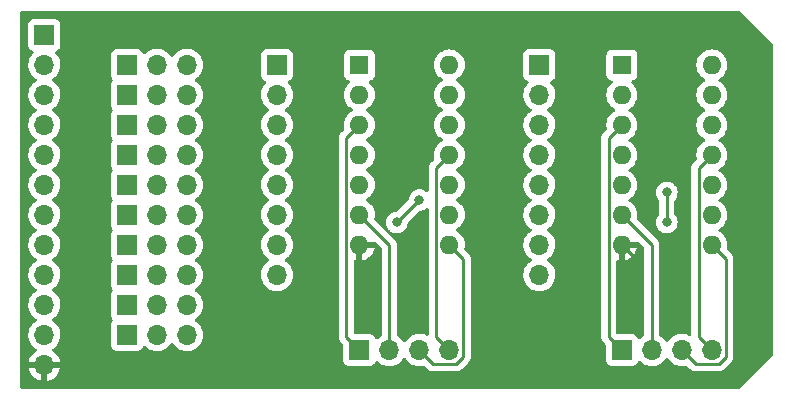
<source format=gbl>
G04 #@! TF.GenerationSoftware,KiCad,Pcbnew,6.0.1-79c1e3a40b~116~ubuntu21.04.1*
G04 #@! TF.CreationDate,2022-02-15T17:06:26-05:00*
G04 #@! TF.ProjectId,reset_modules,72657365-745f-46d6-9f64-756c65732e6b,rev?*
G04 #@! TF.SameCoordinates,Original*
G04 #@! TF.FileFunction,Copper,L2,Bot*
G04 #@! TF.FilePolarity,Positive*
%FSLAX46Y46*%
G04 Gerber Fmt 4.6, Leading zero omitted, Abs format (unit mm)*
G04 Created by KiCad (PCBNEW 6.0.1-79c1e3a40b~116~ubuntu21.04.1) date 2022-02-15 17:06:26*
%MOMM*%
%LPD*%
G01*
G04 APERTURE LIST*
G04 #@! TA.AperFunction,ComponentPad*
%ADD10R,1.700000X1.700000*%
G04 #@! TD*
G04 #@! TA.AperFunction,ComponentPad*
%ADD11O,1.700000X1.700000*%
G04 #@! TD*
G04 #@! TA.AperFunction,ComponentPad*
%ADD12R,1.600000X1.600000*%
G04 #@! TD*
G04 #@! TA.AperFunction,ComponentPad*
%ADD13O,1.600000X1.600000*%
G04 #@! TD*
G04 #@! TA.AperFunction,ViaPad*
%ADD14C,0.800000*%
G04 #@! TD*
G04 #@! TA.AperFunction,Conductor*
%ADD15C,0.250000*%
G04 #@! TD*
G04 APERTURE END LIST*
D10*
X112395000Y-85090000D03*
D11*
X112395000Y-87630000D03*
X112395000Y-90170000D03*
X112395000Y-92710000D03*
X112395000Y-95250000D03*
X112395000Y-97790000D03*
X112395000Y-100330000D03*
X112395000Y-102870000D03*
D10*
X90170000Y-85090000D03*
D11*
X90170000Y-87630000D03*
X90170000Y-90170000D03*
X90170000Y-92710000D03*
X90170000Y-95250000D03*
X90170000Y-97790000D03*
X90170000Y-100330000D03*
X90170000Y-102870000D03*
D10*
X97155000Y-109220000D03*
D11*
X99695000Y-109220000D03*
X102235000Y-109220000D03*
X104775000Y-109220000D03*
D10*
X119380000Y-109220000D03*
D11*
X121920000Y-109220000D03*
X124460000Y-109220000D03*
X127000000Y-109220000D03*
D10*
X77470000Y-85090000D03*
D11*
X80010000Y-85090000D03*
X82550000Y-85090000D03*
D10*
X77470000Y-87630000D03*
D11*
X80010000Y-87630000D03*
X82550000Y-87630000D03*
D10*
X77470000Y-90170000D03*
D11*
X80010000Y-90170000D03*
X82550000Y-90170000D03*
D10*
X77470000Y-92710000D03*
D11*
X80010000Y-92710000D03*
X82550000Y-92710000D03*
D10*
X77470000Y-95250000D03*
D11*
X80010000Y-95250000D03*
X82550000Y-95250000D03*
D10*
X77470000Y-97790000D03*
D11*
X80010000Y-97790000D03*
X82550000Y-97790000D03*
D10*
X70485000Y-82550000D03*
D11*
X70485000Y-85090000D03*
X70485000Y-87630000D03*
X70485000Y-90170000D03*
X70485000Y-92710000D03*
X70485000Y-95250000D03*
X70485000Y-97790000D03*
X70485000Y-100330000D03*
X70485000Y-102870000D03*
X70485000Y-105410000D03*
X70485000Y-107950000D03*
X70485000Y-110490000D03*
D10*
X77470000Y-100330000D03*
D11*
X80010000Y-100330000D03*
X82550000Y-100330000D03*
D10*
X77470000Y-102870000D03*
D11*
X80010000Y-102870000D03*
X82550000Y-102870000D03*
D10*
X77470000Y-105410000D03*
D11*
X80010000Y-105410000D03*
X82550000Y-105410000D03*
D10*
X77470000Y-107950000D03*
D11*
X80010000Y-107950000D03*
X82550000Y-107950000D03*
D12*
X119380000Y-85090000D03*
D13*
X119380000Y-87630000D03*
X119380000Y-90170000D03*
X119380000Y-92710000D03*
X119380000Y-95250000D03*
X119380000Y-97790000D03*
X119380000Y-100330000D03*
X127000000Y-100330000D03*
X127000000Y-97790000D03*
X127000000Y-95250000D03*
X127000000Y-92710000D03*
X127000000Y-90170000D03*
X127000000Y-87630000D03*
X127000000Y-85090000D03*
D12*
X97155000Y-85090000D03*
D13*
X97155000Y-87630000D03*
X97155000Y-90170000D03*
X97155000Y-92710000D03*
X97155000Y-95250000D03*
X97155000Y-97790000D03*
X97155000Y-100330000D03*
X104775000Y-100330000D03*
X104775000Y-97790000D03*
X104775000Y-95250000D03*
X104775000Y-92710000D03*
X104775000Y-90170000D03*
X104775000Y-87630000D03*
X104775000Y-85090000D03*
D14*
X123190000Y-98425000D03*
X123190000Y-95885000D03*
X100330000Y-98425000D03*
X102235000Y-96520000D03*
X120650000Y-104140000D03*
X98425000Y-104140000D03*
D15*
X123190000Y-98425000D02*
X123190000Y-95885000D01*
X100330000Y-98425000D02*
X102235000Y-96520000D01*
X103649999Y-108094999D02*
X103649999Y-93835001D01*
X103649999Y-93835001D02*
X104775000Y-92710000D01*
X104775000Y-109220000D02*
X103649999Y-108094999D01*
X105339001Y-110395001D02*
X105950001Y-109784001D01*
X105950001Y-101505001D02*
X104775000Y-100330000D01*
X105950001Y-109784001D02*
X105950001Y-101505001D01*
X102235000Y-109220000D02*
X103410001Y-110395001D01*
X103410001Y-110395001D02*
X105339001Y-110395001D01*
X99695000Y-109220000D02*
X99695000Y-100330000D01*
X99695000Y-100330000D02*
X97155000Y-97790000D01*
X97155000Y-90170000D02*
X96029999Y-91295001D01*
X96029999Y-108094999D02*
X97155000Y-109220000D01*
X96029999Y-91295001D02*
X96029999Y-108094999D01*
X127000000Y-92710000D02*
X125874999Y-93835001D01*
X125874999Y-108094999D02*
X127000000Y-109220000D01*
X125874999Y-93835001D02*
X125874999Y-108094999D01*
X127564001Y-110395001D02*
X128175001Y-109784001D01*
X128175001Y-109784001D02*
X128175001Y-101505001D01*
X125635001Y-110395001D02*
X127564001Y-110395001D01*
X124460000Y-109220000D02*
X125635001Y-110395001D01*
X128175001Y-101505001D02*
X127000000Y-100330000D01*
X119380000Y-97790000D02*
X121920000Y-100330000D01*
X121920000Y-100330000D02*
X121920000Y-109220000D01*
X118254999Y-91295001D02*
X118254999Y-108094999D01*
X118254999Y-108094999D02*
X119380000Y-109220000D01*
X119380000Y-90170000D02*
X118254999Y-91295001D01*
X120650000Y-101600000D02*
X119380000Y-100330000D01*
X97155000Y-100330000D02*
X97155000Y-102870000D01*
X97155000Y-102870000D02*
X98425000Y-104140000D01*
X120650000Y-104140000D02*
X120650000Y-101600000D01*
G04 #@! TA.AperFunction,Conductor*
G36*
X129345511Y-80538002D02*
G01*
X129366485Y-80554905D01*
X132170095Y-83358515D01*
X132204121Y-83420827D01*
X132207000Y-83447610D01*
X132207000Y-109592390D01*
X132186998Y-109660511D01*
X132170095Y-109681485D01*
X129366485Y-112485095D01*
X129304173Y-112519121D01*
X129277390Y-112522000D01*
X68579000Y-112522000D01*
X68510879Y-112501998D01*
X68464386Y-112448342D01*
X68453000Y-112396000D01*
X68453000Y-110757966D01*
X69153257Y-110757966D01*
X69183565Y-110892446D01*
X69186645Y-110902275D01*
X69266770Y-111099603D01*
X69271413Y-111108794D01*
X69382694Y-111290388D01*
X69388777Y-111298699D01*
X69528213Y-111459667D01*
X69535580Y-111466883D01*
X69699434Y-111602916D01*
X69707881Y-111608831D01*
X69891756Y-111716279D01*
X69901042Y-111720729D01*
X70100001Y-111796703D01*
X70109899Y-111799579D01*
X70213250Y-111820606D01*
X70227299Y-111819410D01*
X70231000Y-111809065D01*
X70231000Y-111808517D01*
X70739000Y-111808517D01*
X70743064Y-111822359D01*
X70756478Y-111824393D01*
X70763184Y-111823534D01*
X70773262Y-111821392D01*
X70977255Y-111760191D01*
X70986842Y-111756433D01*
X71178095Y-111662739D01*
X71186945Y-111657464D01*
X71360328Y-111533792D01*
X71368200Y-111527139D01*
X71519052Y-111376812D01*
X71525730Y-111368965D01*
X71650003Y-111196020D01*
X71655313Y-111187183D01*
X71749670Y-110996267D01*
X71753469Y-110986672D01*
X71815377Y-110782910D01*
X71817555Y-110772837D01*
X71818986Y-110761962D01*
X71816775Y-110747778D01*
X71803617Y-110744000D01*
X70757115Y-110744000D01*
X70741876Y-110748475D01*
X70740671Y-110749865D01*
X70739000Y-110757548D01*
X70739000Y-111808517D01*
X70231000Y-111808517D01*
X70231000Y-110762115D01*
X70226525Y-110746876D01*
X70225135Y-110745671D01*
X70217452Y-110744000D01*
X69168225Y-110744000D01*
X69154694Y-110747973D01*
X69153257Y-110757966D01*
X68453000Y-110757966D01*
X68453000Y-107916695D01*
X69122251Y-107916695D01*
X69122548Y-107921848D01*
X69122548Y-107921851D01*
X69130889Y-108066507D01*
X69135110Y-108139715D01*
X69136247Y-108144759D01*
X69136248Y-108144767D01*
X69157275Y-108238069D01*
X69184222Y-108357639D01*
X69268266Y-108564616D01*
X69319019Y-108647438D01*
X69382291Y-108750688D01*
X69384987Y-108755088D01*
X69531250Y-108923938D01*
X69703126Y-109066632D01*
X69776955Y-109109774D01*
X69825679Y-109161412D01*
X69838750Y-109231195D01*
X69812019Y-109296967D01*
X69771562Y-109330327D01*
X69763457Y-109334546D01*
X69754738Y-109340036D01*
X69584433Y-109467905D01*
X69576726Y-109474748D01*
X69429590Y-109628717D01*
X69423104Y-109636727D01*
X69303098Y-109812649D01*
X69298000Y-109821623D01*
X69208338Y-110014783D01*
X69204775Y-110024470D01*
X69149389Y-110224183D01*
X69150912Y-110232607D01*
X69163292Y-110236000D01*
X71803344Y-110236000D01*
X71816875Y-110232027D01*
X71818180Y-110222947D01*
X71776214Y-110055875D01*
X71772894Y-110046124D01*
X71687972Y-109850814D01*
X71683105Y-109841739D01*
X71567426Y-109662926D01*
X71561136Y-109654757D01*
X71417806Y-109497240D01*
X71410273Y-109490215D01*
X71243139Y-109358222D01*
X71234556Y-109352520D01*
X71197602Y-109332120D01*
X71147631Y-109281687D01*
X71132859Y-109212245D01*
X71157975Y-109145839D01*
X71185327Y-109119232D01*
X71208797Y-109102491D01*
X71364860Y-108991173D01*
X71508400Y-108848134D01*
X76111500Y-108848134D01*
X76118255Y-108910316D01*
X76169385Y-109046705D01*
X76256739Y-109163261D01*
X76373295Y-109250615D01*
X76509684Y-109301745D01*
X76571866Y-109308500D01*
X78368134Y-109308500D01*
X78430316Y-109301745D01*
X78566705Y-109250615D01*
X78683261Y-109163261D01*
X78770615Y-109046705D01*
X78792799Y-108987529D01*
X78814598Y-108929382D01*
X78857240Y-108872618D01*
X78923802Y-108847918D01*
X78993150Y-108863126D01*
X79027817Y-108891114D01*
X79056250Y-108923938D01*
X79228126Y-109066632D01*
X79421000Y-109179338D01*
X79629692Y-109259030D01*
X79634760Y-109260061D01*
X79634763Y-109260062D01*
X79741054Y-109281687D01*
X79848597Y-109303567D01*
X79853772Y-109303757D01*
X79853774Y-109303757D01*
X80066673Y-109311564D01*
X80066677Y-109311564D01*
X80071837Y-109311753D01*
X80076957Y-109311097D01*
X80076959Y-109311097D01*
X80288288Y-109284025D01*
X80288289Y-109284025D01*
X80293416Y-109283368D01*
X80299019Y-109281687D01*
X80502429Y-109220661D01*
X80502434Y-109220659D01*
X80507384Y-109219174D01*
X80707994Y-109120896D01*
X80889860Y-108991173D01*
X81048096Y-108833489D01*
X81107594Y-108750689D01*
X81178453Y-108652077D01*
X81179776Y-108653028D01*
X81226645Y-108609857D01*
X81296580Y-108597625D01*
X81362026Y-108625144D01*
X81389875Y-108656994D01*
X81449987Y-108755088D01*
X81596250Y-108923938D01*
X81768126Y-109066632D01*
X81961000Y-109179338D01*
X82169692Y-109259030D01*
X82174760Y-109260061D01*
X82174763Y-109260062D01*
X82281054Y-109281687D01*
X82388597Y-109303567D01*
X82393772Y-109303757D01*
X82393774Y-109303757D01*
X82606673Y-109311564D01*
X82606677Y-109311564D01*
X82611837Y-109311753D01*
X82616957Y-109311097D01*
X82616959Y-109311097D01*
X82828288Y-109284025D01*
X82828289Y-109284025D01*
X82833416Y-109283368D01*
X82839019Y-109281687D01*
X83042429Y-109220661D01*
X83042434Y-109220659D01*
X83047384Y-109219174D01*
X83247994Y-109120896D01*
X83429860Y-108991173D01*
X83588096Y-108833489D01*
X83647594Y-108750689D01*
X83715435Y-108656277D01*
X83718453Y-108652077D01*
X83739320Y-108609857D01*
X83815136Y-108456453D01*
X83815137Y-108456451D01*
X83817430Y-108451811D01*
X83882370Y-108238069D01*
X83911529Y-108016590D01*
X83912505Y-107976638D01*
X83913074Y-107953365D01*
X83913074Y-107953361D01*
X83913156Y-107950000D01*
X83894852Y-107727361D01*
X83840431Y-107510702D01*
X83751354Y-107305840D01*
X83630014Y-107118277D01*
X83479670Y-106953051D01*
X83475619Y-106949852D01*
X83475615Y-106949848D01*
X83308414Y-106817800D01*
X83308410Y-106817798D01*
X83304359Y-106814598D01*
X83263053Y-106791796D01*
X83213084Y-106741364D01*
X83198312Y-106671921D01*
X83223428Y-106605516D01*
X83250780Y-106578909D01*
X83294603Y-106547650D01*
X83429860Y-106451173D01*
X83588096Y-106293489D01*
X83647594Y-106210689D01*
X83715435Y-106116277D01*
X83718453Y-106112077D01*
X83739320Y-106069857D01*
X83815136Y-105916453D01*
X83815137Y-105916451D01*
X83817430Y-105911811D01*
X83882370Y-105698069D01*
X83911529Y-105476590D01*
X83913156Y-105410000D01*
X83894852Y-105187361D01*
X83840431Y-104970702D01*
X83751354Y-104765840D01*
X83630014Y-104578277D01*
X83479670Y-104413051D01*
X83475619Y-104409852D01*
X83475615Y-104409848D01*
X83308414Y-104277800D01*
X83308410Y-104277798D01*
X83304359Y-104274598D01*
X83263053Y-104251796D01*
X83213084Y-104201364D01*
X83198312Y-104131921D01*
X83223428Y-104065516D01*
X83250780Y-104038909D01*
X83294603Y-104007650D01*
X83429860Y-103911173D01*
X83588096Y-103753489D01*
X83647594Y-103670689D01*
X83715435Y-103576277D01*
X83718453Y-103572077D01*
X83739320Y-103529857D01*
X83815136Y-103376453D01*
X83815137Y-103376451D01*
X83817430Y-103371811D01*
X83882370Y-103158069D01*
X83911529Y-102936590D01*
X83913156Y-102870000D01*
X83910418Y-102836695D01*
X88807251Y-102836695D01*
X88807548Y-102841848D01*
X88807548Y-102841851D01*
X88813011Y-102936590D01*
X88820110Y-103059715D01*
X88821247Y-103064761D01*
X88821248Y-103064767D01*
X88841119Y-103152939D01*
X88869222Y-103277639D01*
X88953266Y-103484616D01*
X89004019Y-103567438D01*
X89067291Y-103670688D01*
X89069987Y-103675088D01*
X89216250Y-103843938D01*
X89388126Y-103986632D01*
X89581000Y-104099338D01*
X89789692Y-104179030D01*
X89794760Y-104180061D01*
X89794763Y-104180062D01*
X89876734Y-104196739D01*
X90008597Y-104223567D01*
X90013772Y-104223757D01*
X90013774Y-104223757D01*
X90226673Y-104231564D01*
X90226677Y-104231564D01*
X90231837Y-104231753D01*
X90236957Y-104231097D01*
X90236959Y-104231097D01*
X90448288Y-104204025D01*
X90448289Y-104204025D01*
X90453416Y-104203368D01*
X90463562Y-104200324D01*
X90662429Y-104140661D01*
X90662434Y-104140659D01*
X90667384Y-104139174D01*
X90867994Y-104040896D01*
X91049860Y-103911173D01*
X91208096Y-103753489D01*
X91267594Y-103670689D01*
X91335435Y-103576277D01*
X91338453Y-103572077D01*
X91359320Y-103529857D01*
X91435136Y-103376453D01*
X91435137Y-103376451D01*
X91437430Y-103371811D01*
X91502370Y-103158069D01*
X91531529Y-102936590D01*
X91533156Y-102870000D01*
X91514852Y-102647361D01*
X91460431Y-102430702D01*
X91371354Y-102225840D01*
X91250014Y-102038277D01*
X91099670Y-101873051D01*
X91095619Y-101869852D01*
X91095615Y-101869848D01*
X90928414Y-101737800D01*
X90928410Y-101737798D01*
X90924359Y-101734598D01*
X90883053Y-101711796D01*
X90833084Y-101661364D01*
X90818312Y-101591921D01*
X90843428Y-101525516D01*
X90870780Y-101498909D01*
X90923727Y-101461142D01*
X91049860Y-101371173D01*
X91074917Y-101346204D01*
X91196106Y-101225437D01*
X91208096Y-101213489D01*
X91267594Y-101130689D01*
X91335435Y-101036277D01*
X91338453Y-101032077D01*
X91359320Y-100989857D01*
X91435136Y-100836453D01*
X91435137Y-100836451D01*
X91437430Y-100831811D01*
X91502370Y-100618069D01*
X91531529Y-100396590D01*
X91531688Y-100390091D01*
X91533074Y-100333365D01*
X91533074Y-100333361D01*
X91533156Y-100330000D01*
X91514852Y-100107361D01*
X91460431Y-99890702D01*
X91371354Y-99685840D01*
X91250014Y-99498277D01*
X91099670Y-99333051D01*
X91095619Y-99329852D01*
X91095615Y-99329848D01*
X90928414Y-99197800D01*
X90928410Y-99197798D01*
X90924359Y-99194598D01*
X90883053Y-99171796D01*
X90833084Y-99121364D01*
X90818312Y-99051921D01*
X90843428Y-98985516D01*
X90870780Y-98958909D01*
X90919207Y-98924366D01*
X91049860Y-98831173D01*
X91081788Y-98799357D01*
X91193616Y-98687918D01*
X91208096Y-98673489D01*
X91239498Y-98629789D01*
X91335435Y-98496277D01*
X91338453Y-98492077D01*
X91358628Y-98451257D01*
X91435136Y-98296453D01*
X91435137Y-98296451D01*
X91437430Y-98291811D01*
X91502370Y-98078069D01*
X91531529Y-97856590D01*
X91533156Y-97790000D01*
X91514852Y-97567361D01*
X91460431Y-97350702D01*
X91371354Y-97145840D01*
X91250014Y-96958277D01*
X91099670Y-96793051D01*
X91095619Y-96789852D01*
X91095615Y-96789848D01*
X90928414Y-96657800D01*
X90928410Y-96657798D01*
X90924359Y-96654598D01*
X90883053Y-96631796D01*
X90833084Y-96581364D01*
X90818312Y-96511921D01*
X90843428Y-96445516D01*
X90870780Y-96418909D01*
X90919207Y-96384366D01*
X91049860Y-96291173D01*
X91081788Y-96259357D01*
X91178355Y-96163126D01*
X91208096Y-96133489D01*
X91239498Y-96089789D01*
X91335435Y-95956277D01*
X91338453Y-95952077D01*
X91358628Y-95911257D01*
X91435136Y-95756453D01*
X91435137Y-95756451D01*
X91437430Y-95751811D01*
X91502370Y-95538069D01*
X91531529Y-95316590D01*
X91533156Y-95250000D01*
X91514852Y-95027361D01*
X91460431Y-94810702D01*
X91371354Y-94605840D01*
X91250014Y-94418277D01*
X91099670Y-94253051D01*
X91095619Y-94249852D01*
X91095615Y-94249848D01*
X90928414Y-94117800D01*
X90928410Y-94117798D01*
X90924359Y-94114598D01*
X90883053Y-94091796D01*
X90833084Y-94041364D01*
X90818312Y-93971921D01*
X90843428Y-93905516D01*
X90870780Y-93878909D01*
X90919207Y-93844366D01*
X91049860Y-93751173D01*
X91081788Y-93719357D01*
X91193616Y-93607918D01*
X91208096Y-93593489D01*
X91239498Y-93549789D01*
X91335435Y-93416277D01*
X91338453Y-93412077D01*
X91348054Y-93392652D01*
X91435136Y-93216453D01*
X91435137Y-93216451D01*
X91437430Y-93211811D01*
X91502370Y-92998069D01*
X91531529Y-92776590D01*
X91533156Y-92710000D01*
X91514852Y-92487361D01*
X91460431Y-92270702D01*
X91371354Y-92065840D01*
X91250014Y-91878277D01*
X91099670Y-91713051D01*
X91095619Y-91709852D01*
X91095615Y-91709848D01*
X90928414Y-91577800D01*
X90928410Y-91577798D01*
X90924359Y-91574598D01*
X90883053Y-91551796D01*
X90833084Y-91501364D01*
X90818312Y-91431921D01*
X90843428Y-91365516D01*
X90870780Y-91338909D01*
X90919207Y-91304366D01*
X90960456Y-91274944D01*
X95391779Y-91274944D01*
X95392525Y-91282836D01*
X95395940Y-91318962D01*
X95396499Y-91330820D01*
X95396499Y-108016232D01*
X95395972Y-108027415D01*
X95394297Y-108034908D01*
X95394546Y-108042834D01*
X95394546Y-108042835D01*
X95396437Y-108102985D01*
X95396499Y-108106944D01*
X95396499Y-108134855D01*
X95396996Y-108138789D01*
X95396996Y-108138790D01*
X95397004Y-108138855D01*
X95397937Y-108150692D01*
X95399326Y-108194888D01*
X95402082Y-108204373D01*
X95404977Y-108214338D01*
X95408986Y-108233699D01*
X95411525Y-108253796D01*
X95414444Y-108261167D01*
X95414444Y-108261169D01*
X95427803Y-108294911D01*
X95431648Y-108306141D01*
X95441770Y-108340982D01*
X95443981Y-108348592D01*
X95448014Y-108355411D01*
X95448016Y-108355416D01*
X95454292Y-108366027D01*
X95462987Y-108383775D01*
X95470447Y-108402616D01*
X95475109Y-108409032D01*
X95475109Y-108409033D01*
X95496435Y-108438386D01*
X95502951Y-108448306D01*
X95525457Y-108486361D01*
X95539778Y-108500682D01*
X95552618Y-108515715D01*
X95564527Y-108532106D01*
X95582144Y-108546680D01*
X95598604Y-108560297D01*
X95607383Y-108568287D01*
X95759595Y-108720499D01*
X95793621Y-108782811D01*
X95796500Y-108809594D01*
X95796500Y-110118134D01*
X95803255Y-110180316D01*
X95854385Y-110316705D01*
X95941739Y-110433261D01*
X96058295Y-110520615D01*
X96194684Y-110571745D01*
X96256866Y-110578500D01*
X98053134Y-110578500D01*
X98115316Y-110571745D01*
X98251705Y-110520615D01*
X98368261Y-110433261D01*
X98455615Y-110316705D01*
X98487142Y-110232607D01*
X98499598Y-110199382D01*
X98542240Y-110142618D01*
X98608802Y-110117918D01*
X98678150Y-110133126D01*
X98712817Y-110161114D01*
X98741250Y-110193938D01*
X98913126Y-110336632D01*
X99106000Y-110449338D01*
X99314692Y-110529030D01*
X99319760Y-110530061D01*
X99319763Y-110530062D01*
X99427012Y-110551882D01*
X99533597Y-110573567D01*
X99538772Y-110573757D01*
X99538774Y-110573757D01*
X99751673Y-110581564D01*
X99751677Y-110581564D01*
X99756837Y-110581753D01*
X99761957Y-110581097D01*
X99761959Y-110581097D01*
X99973288Y-110554025D01*
X99973289Y-110554025D01*
X99978416Y-110553368D01*
X100024827Y-110539444D01*
X100187429Y-110490661D01*
X100187434Y-110490659D01*
X100192384Y-110489174D01*
X100392994Y-110390896D01*
X100574860Y-110261173D01*
X100581582Y-110254475D01*
X100675268Y-110161115D01*
X100733096Y-110103489D01*
X100863453Y-109922077D01*
X100864776Y-109923028D01*
X100911645Y-109879857D01*
X100981580Y-109867625D01*
X101047026Y-109895144D01*
X101074875Y-109926994D01*
X101134987Y-110025088D01*
X101281250Y-110193938D01*
X101453126Y-110336632D01*
X101646000Y-110449338D01*
X101854692Y-110529030D01*
X101859760Y-110530061D01*
X101859763Y-110530062D01*
X101967012Y-110551882D01*
X102073597Y-110573567D01*
X102078772Y-110573757D01*
X102078774Y-110573757D01*
X102291673Y-110581564D01*
X102291677Y-110581564D01*
X102296837Y-110581753D01*
X102301957Y-110581097D01*
X102301959Y-110581097D01*
X102513288Y-110554025D01*
X102513289Y-110554025D01*
X102518416Y-110553368D01*
X102523367Y-110551883D01*
X102523370Y-110551882D01*
X102564829Y-110539444D01*
X102635825Y-110539028D01*
X102690131Y-110571035D01*
X102906344Y-110787248D01*
X102913888Y-110795538D01*
X102918001Y-110802019D01*
X102923778Y-110807444D01*
X102967668Y-110848659D01*
X102970510Y-110851414D01*
X102990231Y-110871135D01*
X102993426Y-110873613D01*
X103002448Y-110881319D01*
X103034680Y-110911587D01*
X103041629Y-110915407D01*
X103052433Y-110921347D01*
X103068957Y-110932200D01*
X103084960Y-110944614D01*
X103125544Y-110962177D01*
X103136174Y-110967384D01*
X103174941Y-110988696D01*
X103182618Y-110990667D01*
X103182623Y-110990669D01*
X103194559Y-110993733D01*
X103213267Y-111000138D01*
X103231856Y-111008182D01*
X103239681Y-111009421D01*
X103239683Y-111009422D01*
X103275520Y-111015098D01*
X103287141Y-111017505D01*
X103318960Y-111025674D01*
X103329971Y-111028501D01*
X103350232Y-111028501D01*
X103369941Y-111030052D01*
X103389944Y-111033220D01*
X103397836Y-111032474D01*
X103403063Y-111031980D01*
X103433955Y-111029060D01*
X103445812Y-111028501D01*
X105260234Y-111028501D01*
X105271417Y-111029028D01*
X105278910Y-111030703D01*
X105286836Y-111030454D01*
X105286837Y-111030454D01*
X105346987Y-111028563D01*
X105350946Y-111028501D01*
X105378857Y-111028501D01*
X105382792Y-111028004D01*
X105382857Y-111027996D01*
X105394694Y-111027063D01*
X105426952Y-111026049D01*
X105430971Y-111025923D01*
X105438890Y-111025674D01*
X105458344Y-111020022D01*
X105477701Y-111016014D01*
X105489931Y-111014469D01*
X105489932Y-111014469D01*
X105497798Y-111013475D01*
X105505169Y-111010556D01*
X105505171Y-111010556D01*
X105538913Y-110997197D01*
X105550143Y-110993352D01*
X105584984Y-110983230D01*
X105584985Y-110983230D01*
X105592594Y-110981019D01*
X105599413Y-110976986D01*
X105599418Y-110976984D01*
X105610029Y-110970708D01*
X105627777Y-110962013D01*
X105646618Y-110954553D01*
X105666988Y-110939754D01*
X105682388Y-110928565D01*
X105692308Y-110922049D01*
X105723536Y-110903581D01*
X105723539Y-110903579D01*
X105730363Y-110899543D01*
X105744684Y-110885222D01*
X105759718Y-110872381D01*
X105761433Y-110871135D01*
X105776108Y-110860473D01*
X105804299Y-110826396D01*
X105812289Y-110817617D01*
X106342248Y-110287658D01*
X106350538Y-110280114D01*
X106357019Y-110276001D01*
X106403660Y-110226333D01*
X106406414Y-110223492D01*
X106426135Y-110203771D01*
X106428613Y-110200576D01*
X106436319Y-110191554D01*
X106450909Y-110176017D01*
X106466587Y-110159322D01*
X106476347Y-110141569D01*
X106487200Y-110125046D01*
X106492561Y-110118134D01*
X106499614Y-110109042D01*
X106517177Y-110068458D01*
X106522384Y-110057828D01*
X106543696Y-110019061D01*
X106545667Y-110011384D01*
X106545669Y-110011379D01*
X106548733Y-109999443D01*
X106555139Y-109980731D01*
X106560035Y-109969418D01*
X106563182Y-109962146D01*
X106569529Y-109922077D01*
X106570098Y-109918482D01*
X106572505Y-109906861D01*
X106581529Y-109871712D01*
X106581529Y-109871711D01*
X106583501Y-109864031D01*
X106583501Y-109843770D01*
X106585052Y-109824059D01*
X106586980Y-109811886D01*
X106588220Y-109804058D01*
X106584060Y-109760047D01*
X106583501Y-109748190D01*
X106583501Y-102836695D01*
X111032251Y-102836695D01*
X111032548Y-102841848D01*
X111032548Y-102841851D01*
X111038011Y-102936590D01*
X111045110Y-103059715D01*
X111046247Y-103064761D01*
X111046248Y-103064767D01*
X111066119Y-103152939D01*
X111094222Y-103277639D01*
X111178266Y-103484616D01*
X111229019Y-103567438D01*
X111292291Y-103670688D01*
X111294987Y-103675088D01*
X111441250Y-103843938D01*
X111613126Y-103986632D01*
X111806000Y-104099338D01*
X112014692Y-104179030D01*
X112019760Y-104180061D01*
X112019763Y-104180062D01*
X112101734Y-104196739D01*
X112233597Y-104223567D01*
X112238772Y-104223757D01*
X112238774Y-104223757D01*
X112451673Y-104231564D01*
X112451677Y-104231564D01*
X112456837Y-104231753D01*
X112461957Y-104231097D01*
X112461959Y-104231097D01*
X112673288Y-104204025D01*
X112673289Y-104204025D01*
X112678416Y-104203368D01*
X112688562Y-104200324D01*
X112887429Y-104140661D01*
X112887434Y-104140659D01*
X112892384Y-104139174D01*
X113092994Y-104040896D01*
X113274860Y-103911173D01*
X113433096Y-103753489D01*
X113492594Y-103670689D01*
X113560435Y-103576277D01*
X113563453Y-103572077D01*
X113584320Y-103529857D01*
X113660136Y-103376453D01*
X113660137Y-103376451D01*
X113662430Y-103371811D01*
X113727370Y-103158069D01*
X113756529Y-102936590D01*
X113758156Y-102870000D01*
X113739852Y-102647361D01*
X113685431Y-102430702D01*
X113596354Y-102225840D01*
X113475014Y-102038277D01*
X113324670Y-101873051D01*
X113320619Y-101869852D01*
X113320615Y-101869848D01*
X113153414Y-101737800D01*
X113153410Y-101737798D01*
X113149359Y-101734598D01*
X113108053Y-101711796D01*
X113058084Y-101661364D01*
X113043312Y-101591921D01*
X113068428Y-101525516D01*
X113095780Y-101498909D01*
X113148727Y-101461142D01*
X113274860Y-101371173D01*
X113299917Y-101346204D01*
X113421106Y-101225437D01*
X113433096Y-101213489D01*
X113492594Y-101130689D01*
X113560435Y-101036277D01*
X113563453Y-101032077D01*
X113584320Y-100989857D01*
X113660136Y-100836453D01*
X113660137Y-100836451D01*
X113662430Y-100831811D01*
X113727370Y-100618069D01*
X113756529Y-100396590D01*
X113756688Y-100390091D01*
X113758074Y-100333365D01*
X113758074Y-100333361D01*
X113758156Y-100330000D01*
X113739852Y-100107361D01*
X113685431Y-99890702D01*
X113596354Y-99685840D01*
X113475014Y-99498277D01*
X113324670Y-99333051D01*
X113320619Y-99329852D01*
X113320615Y-99329848D01*
X113153414Y-99197800D01*
X113153410Y-99197798D01*
X113149359Y-99194598D01*
X113108053Y-99171796D01*
X113058084Y-99121364D01*
X113043312Y-99051921D01*
X113068428Y-98985516D01*
X113095780Y-98958909D01*
X113144207Y-98924366D01*
X113274860Y-98831173D01*
X113306788Y-98799357D01*
X113418616Y-98687918D01*
X113433096Y-98673489D01*
X113464498Y-98629789D01*
X113560435Y-98496277D01*
X113563453Y-98492077D01*
X113583628Y-98451257D01*
X113660136Y-98296453D01*
X113660137Y-98296451D01*
X113662430Y-98291811D01*
X113727370Y-98078069D01*
X113756529Y-97856590D01*
X113758156Y-97790000D01*
X113739852Y-97567361D01*
X113685431Y-97350702D01*
X113596354Y-97145840D01*
X113475014Y-96958277D01*
X113324670Y-96793051D01*
X113320619Y-96789852D01*
X113320615Y-96789848D01*
X113153414Y-96657800D01*
X113153410Y-96657798D01*
X113149359Y-96654598D01*
X113108053Y-96631796D01*
X113058084Y-96581364D01*
X113043312Y-96511921D01*
X113068428Y-96445516D01*
X113095780Y-96418909D01*
X113144207Y-96384366D01*
X113274860Y-96291173D01*
X113306788Y-96259357D01*
X113403355Y-96163126D01*
X113433096Y-96133489D01*
X113464498Y-96089789D01*
X113560435Y-95956277D01*
X113563453Y-95952077D01*
X113583628Y-95911257D01*
X113660136Y-95756453D01*
X113660137Y-95756451D01*
X113662430Y-95751811D01*
X113727370Y-95538069D01*
X113756529Y-95316590D01*
X113758156Y-95250000D01*
X113739852Y-95027361D01*
X113685431Y-94810702D01*
X113596354Y-94605840D01*
X113475014Y-94418277D01*
X113324670Y-94253051D01*
X113320619Y-94249852D01*
X113320615Y-94249848D01*
X113153414Y-94117800D01*
X113153410Y-94117798D01*
X113149359Y-94114598D01*
X113108053Y-94091796D01*
X113058084Y-94041364D01*
X113043312Y-93971921D01*
X113068428Y-93905516D01*
X113095780Y-93878909D01*
X113144207Y-93844366D01*
X113274860Y-93751173D01*
X113306788Y-93719357D01*
X113418616Y-93607918D01*
X113433096Y-93593489D01*
X113464498Y-93549789D01*
X113560435Y-93416277D01*
X113563453Y-93412077D01*
X113573054Y-93392652D01*
X113660136Y-93216453D01*
X113660137Y-93216451D01*
X113662430Y-93211811D01*
X113727370Y-92998069D01*
X113756529Y-92776590D01*
X113758156Y-92710000D01*
X113739852Y-92487361D01*
X113685431Y-92270702D01*
X113596354Y-92065840D01*
X113475014Y-91878277D01*
X113324670Y-91713051D01*
X113320619Y-91709852D01*
X113320615Y-91709848D01*
X113153414Y-91577800D01*
X113153410Y-91577798D01*
X113149359Y-91574598D01*
X113108053Y-91551796D01*
X113058084Y-91501364D01*
X113043312Y-91431921D01*
X113068428Y-91365516D01*
X113095780Y-91338909D01*
X113144207Y-91304366D01*
X113185456Y-91274944D01*
X117616779Y-91274944D01*
X117617525Y-91282836D01*
X117620940Y-91318962D01*
X117621499Y-91330820D01*
X117621499Y-108016232D01*
X117620972Y-108027415D01*
X117619297Y-108034908D01*
X117619546Y-108042834D01*
X117619546Y-108042835D01*
X117621437Y-108102985D01*
X117621499Y-108106944D01*
X117621499Y-108134855D01*
X117621996Y-108138789D01*
X117621996Y-108138790D01*
X117622004Y-108138855D01*
X117622937Y-108150692D01*
X117624326Y-108194888D01*
X117627082Y-108204373D01*
X117629977Y-108214338D01*
X117633986Y-108233699D01*
X117636525Y-108253796D01*
X117639444Y-108261167D01*
X117639444Y-108261169D01*
X117652803Y-108294911D01*
X117656648Y-108306141D01*
X117666770Y-108340982D01*
X117668981Y-108348592D01*
X117673014Y-108355411D01*
X117673016Y-108355416D01*
X117679292Y-108366027D01*
X117687987Y-108383775D01*
X117695447Y-108402616D01*
X117700109Y-108409032D01*
X117700109Y-108409033D01*
X117721435Y-108438386D01*
X117727951Y-108448306D01*
X117750457Y-108486361D01*
X117764778Y-108500682D01*
X117777618Y-108515715D01*
X117789527Y-108532106D01*
X117807144Y-108546680D01*
X117823604Y-108560297D01*
X117832383Y-108568287D01*
X117984595Y-108720499D01*
X118018621Y-108782811D01*
X118021500Y-108809594D01*
X118021500Y-110118134D01*
X118028255Y-110180316D01*
X118079385Y-110316705D01*
X118166739Y-110433261D01*
X118283295Y-110520615D01*
X118419684Y-110571745D01*
X118481866Y-110578500D01*
X120278134Y-110578500D01*
X120340316Y-110571745D01*
X120476705Y-110520615D01*
X120593261Y-110433261D01*
X120680615Y-110316705D01*
X120712142Y-110232607D01*
X120724598Y-110199382D01*
X120767240Y-110142618D01*
X120833802Y-110117918D01*
X120903150Y-110133126D01*
X120937817Y-110161114D01*
X120966250Y-110193938D01*
X121138126Y-110336632D01*
X121331000Y-110449338D01*
X121539692Y-110529030D01*
X121544760Y-110530061D01*
X121544763Y-110530062D01*
X121652012Y-110551882D01*
X121758597Y-110573567D01*
X121763772Y-110573757D01*
X121763774Y-110573757D01*
X121976673Y-110581564D01*
X121976677Y-110581564D01*
X121981837Y-110581753D01*
X121986957Y-110581097D01*
X121986959Y-110581097D01*
X122198288Y-110554025D01*
X122198289Y-110554025D01*
X122203416Y-110553368D01*
X122249827Y-110539444D01*
X122412429Y-110490661D01*
X122412434Y-110490659D01*
X122417384Y-110489174D01*
X122617994Y-110390896D01*
X122799860Y-110261173D01*
X122806582Y-110254475D01*
X122900268Y-110161115D01*
X122958096Y-110103489D01*
X123088453Y-109922077D01*
X123089776Y-109923028D01*
X123136645Y-109879857D01*
X123206580Y-109867625D01*
X123272026Y-109895144D01*
X123299875Y-109926994D01*
X123359987Y-110025088D01*
X123506250Y-110193938D01*
X123678126Y-110336632D01*
X123871000Y-110449338D01*
X124079692Y-110529030D01*
X124084760Y-110530061D01*
X124084763Y-110530062D01*
X124192012Y-110551882D01*
X124298597Y-110573567D01*
X124303772Y-110573757D01*
X124303774Y-110573757D01*
X124516673Y-110581564D01*
X124516677Y-110581564D01*
X124521837Y-110581753D01*
X124526957Y-110581097D01*
X124526959Y-110581097D01*
X124738288Y-110554025D01*
X124738289Y-110554025D01*
X124743416Y-110553368D01*
X124748367Y-110551883D01*
X124748370Y-110551882D01*
X124789829Y-110539444D01*
X124860825Y-110539028D01*
X124915131Y-110571035D01*
X125131344Y-110787248D01*
X125138888Y-110795538D01*
X125143001Y-110802019D01*
X125148778Y-110807444D01*
X125192668Y-110848659D01*
X125195510Y-110851414D01*
X125215231Y-110871135D01*
X125218426Y-110873613D01*
X125227448Y-110881319D01*
X125259680Y-110911587D01*
X125266629Y-110915407D01*
X125277433Y-110921347D01*
X125293957Y-110932200D01*
X125309960Y-110944614D01*
X125350544Y-110962177D01*
X125361174Y-110967384D01*
X125399941Y-110988696D01*
X125407618Y-110990667D01*
X125407623Y-110990669D01*
X125419559Y-110993733D01*
X125438267Y-111000138D01*
X125456856Y-111008182D01*
X125464681Y-111009421D01*
X125464683Y-111009422D01*
X125500520Y-111015098D01*
X125512141Y-111017505D01*
X125543960Y-111025674D01*
X125554971Y-111028501D01*
X125575232Y-111028501D01*
X125594941Y-111030052D01*
X125614944Y-111033220D01*
X125622836Y-111032474D01*
X125628063Y-111031980D01*
X125658955Y-111029060D01*
X125670812Y-111028501D01*
X127485234Y-111028501D01*
X127496417Y-111029028D01*
X127503910Y-111030703D01*
X127511836Y-111030454D01*
X127511837Y-111030454D01*
X127571987Y-111028563D01*
X127575946Y-111028501D01*
X127603857Y-111028501D01*
X127607792Y-111028004D01*
X127607857Y-111027996D01*
X127619694Y-111027063D01*
X127651952Y-111026049D01*
X127655971Y-111025923D01*
X127663890Y-111025674D01*
X127683344Y-111020022D01*
X127702701Y-111016014D01*
X127714931Y-111014469D01*
X127714932Y-111014469D01*
X127722798Y-111013475D01*
X127730169Y-111010556D01*
X127730171Y-111010556D01*
X127763913Y-110997197D01*
X127775143Y-110993352D01*
X127809984Y-110983230D01*
X127809985Y-110983230D01*
X127817594Y-110981019D01*
X127824413Y-110976986D01*
X127824418Y-110976984D01*
X127835029Y-110970708D01*
X127852777Y-110962013D01*
X127871618Y-110954553D01*
X127891988Y-110939754D01*
X127907388Y-110928565D01*
X127917308Y-110922049D01*
X127948536Y-110903581D01*
X127948539Y-110903579D01*
X127955363Y-110899543D01*
X127969684Y-110885222D01*
X127984718Y-110872381D01*
X127986433Y-110871135D01*
X128001108Y-110860473D01*
X128029299Y-110826396D01*
X128037289Y-110817617D01*
X128567248Y-110287658D01*
X128575538Y-110280114D01*
X128582019Y-110276001D01*
X128628660Y-110226333D01*
X128631414Y-110223492D01*
X128651135Y-110203771D01*
X128653613Y-110200576D01*
X128661319Y-110191554D01*
X128675909Y-110176017D01*
X128691587Y-110159322D01*
X128701347Y-110141569D01*
X128712200Y-110125046D01*
X128717561Y-110118134D01*
X128724614Y-110109042D01*
X128742177Y-110068458D01*
X128747384Y-110057828D01*
X128768696Y-110019061D01*
X128770667Y-110011384D01*
X128770669Y-110011379D01*
X128773733Y-109999443D01*
X128780139Y-109980731D01*
X128785035Y-109969418D01*
X128788182Y-109962146D01*
X128794529Y-109922077D01*
X128795098Y-109918482D01*
X128797505Y-109906861D01*
X128806529Y-109871712D01*
X128806529Y-109871711D01*
X128808501Y-109864031D01*
X128808501Y-109843770D01*
X128810052Y-109824059D01*
X128811980Y-109811886D01*
X128813220Y-109804058D01*
X128809060Y-109760047D01*
X128808501Y-109748190D01*
X128808501Y-101583764D01*
X128809028Y-101572580D01*
X128810702Y-101565092D01*
X128808563Y-101497033D01*
X128808501Y-101493076D01*
X128808501Y-101465145D01*
X128807995Y-101461139D01*
X128807062Y-101449293D01*
X128807061Y-101449242D01*
X128805674Y-101405111D01*
X128800023Y-101385659D01*
X128796015Y-101366307D01*
X128794468Y-101354064D01*
X128793475Y-101346204D01*
X128787818Y-101331916D01*
X128777201Y-101305098D01*
X128773356Y-101293871D01*
X128772323Y-101290316D01*
X128761019Y-101251408D01*
X128756985Y-101244586D01*
X128756982Y-101244580D01*
X128750707Y-101233969D01*
X128742011Y-101216219D01*
X128737473Y-101204757D01*
X128737470Y-101204752D01*
X128734553Y-101197384D01*
X128720379Y-101177875D01*
X128708574Y-101161626D01*
X128702058Y-101151708D01*
X128683576Y-101120458D01*
X128679543Y-101113638D01*
X128665219Y-101099314D01*
X128652377Y-101084279D01*
X128640473Y-101067894D01*
X128606407Y-101039712D01*
X128597628Y-101031723D01*
X128309152Y-100743247D01*
X128275126Y-100680935D01*
X128276540Y-100621541D01*
X128277470Y-100618069D01*
X128293543Y-100558087D01*
X128313498Y-100330000D01*
X128293543Y-100101913D01*
X128292119Y-100096598D01*
X128235707Y-99886067D01*
X128235706Y-99886065D01*
X128234284Y-99880757D01*
X128224281Y-99859305D01*
X128139849Y-99678238D01*
X128139846Y-99678233D01*
X128137523Y-99673251D01*
X128064098Y-99568389D01*
X128009357Y-99490211D01*
X128009355Y-99490208D01*
X128006198Y-99485700D01*
X127844300Y-99323802D01*
X127839792Y-99320645D01*
X127839789Y-99320643D01*
X127694346Y-99218803D01*
X127656749Y-99192477D01*
X127651767Y-99190154D01*
X127651762Y-99190151D01*
X127617543Y-99174195D01*
X127564258Y-99127278D01*
X127544797Y-99059001D01*
X127565339Y-98991041D01*
X127617543Y-98945805D01*
X127651762Y-98929849D01*
X127651767Y-98929846D01*
X127656749Y-98927523D01*
X127799555Y-98827529D01*
X127839789Y-98799357D01*
X127839792Y-98799355D01*
X127844300Y-98796198D01*
X128006198Y-98634300D01*
X128019763Y-98614928D01*
X128109032Y-98487438D01*
X128137523Y-98446749D01*
X128139846Y-98441767D01*
X128139849Y-98441762D01*
X128231961Y-98244225D01*
X128231961Y-98244224D01*
X128234284Y-98239243D01*
X128244150Y-98202425D01*
X128292119Y-98023402D01*
X128292120Y-98023398D01*
X128293543Y-98018087D01*
X128313498Y-97790000D01*
X128293543Y-97561913D01*
X128287593Y-97539707D01*
X128235707Y-97346067D01*
X128235706Y-97346065D01*
X128234284Y-97340757D01*
X128220463Y-97311118D01*
X128139849Y-97138238D01*
X128139846Y-97138233D01*
X128137523Y-97133251D01*
X128032598Y-96983403D01*
X128009357Y-96950211D01*
X128009355Y-96950208D01*
X128006198Y-96945700D01*
X127844300Y-96783802D01*
X127839792Y-96780645D01*
X127839789Y-96780643D01*
X127704780Y-96686109D01*
X127656749Y-96652477D01*
X127651767Y-96650154D01*
X127651762Y-96650151D01*
X127617543Y-96634195D01*
X127564258Y-96587278D01*
X127544797Y-96519001D01*
X127565339Y-96451041D01*
X127617543Y-96405805D01*
X127651762Y-96389849D01*
X127651767Y-96389846D01*
X127656749Y-96387523D01*
X127799555Y-96287529D01*
X127839789Y-96259357D01*
X127839792Y-96259355D01*
X127844300Y-96256198D01*
X128006198Y-96094300D01*
X128019763Y-96074928D01*
X128109032Y-95947438D01*
X128137523Y-95906749D01*
X128139846Y-95901767D01*
X128139849Y-95901762D01*
X128231961Y-95704225D01*
X128231961Y-95704224D01*
X128234284Y-95699243D01*
X128244150Y-95662425D01*
X128292119Y-95483402D01*
X128292119Y-95483400D01*
X128293543Y-95478087D01*
X128313498Y-95250000D01*
X128293543Y-95021913D01*
X128287593Y-94999707D01*
X128235707Y-94806067D01*
X128235706Y-94806065D01*
X128234284Y-94800757D01*
X128222092Y-94774610D01*
X128139849Y-94598238D01*
X128139846Y-94598233D01*
X128137523Y-94593251D01*
X128064098Y-94488389D01*
X128009357Y-94410211D01*
X128009355Y-94410208D01*
X128006198Y-94405700D01*
X127844300Y-94243802D01*
X127839792Y-94240645D01*
X127839789Y-94240643D01*
X127704780Y-94146109D01*
X127656749Y-94112477D01*
X127651767Y-94110154D01*
X127651762Y-94110151D01*
X127617543Y-94094195D01*
X127564258Y-94047278D01*
X127544797Y-93979001D01*
X127565339Y-93911041D01*
X127617543Y-93865805D01*
X127651762Y-93849849D01*
X127651767Y-93849846D01*
X127656749Y-93847523D01*
X127799896Y-93747290D01*
X127839789Y-93719357D01*
X127839792Y-93719355D01*
X127844300Y-93716198D01*
X128006198Y-93554300D01*
X128030923Y-93518990D01*
X128076498Y-93453901D01*
X128137523Y-93366749D01*
X128139846Y-93361767D01*
X128139849Y-93361762D01*
X128231961Y-93164225D01*
X128231961Y-93164224D01*
X128234284Y-93159243D01*
X128244150Y-93122425D01*
X128292119Y-92943402D01*
X128292119Y-92943400D01*
X128293543Y-92938087D01*
X128313498Y-92710000D01*
X128293543Y-92481913D01*
X128287593Y-92459707D01*
X128235707Y-92266067D01*
X128235706Y-92266065D01*
X128234284Y-92260757D01*
X128222092Y-92234610D01*
X128139849Y-92058238D01*
X128139846Y-92058233D01*
X128137523Y-92053251D01*
X128064098Y-91948389D01*
X128009357Y-91870211D01*
X128009355Y-91870208D01*
X128006198Y-91865700D01*
X127844300Y-91703802D01*
X127839792Y-91700645D01*
X127839789Y-91700643D01*
X127704780Y-91606109D01*
X127656749Y-91572477D01*
X127651767Y-91570154D01*
X127651762Y-91570151D01*
X127617543Y-91554195D01*
X127564258Y-91507278D01*
X127544797Y-91439001D01*
X127565339Y-91371041D01*
X127617543Y-91325805D01*
X127651762Y-91309849D01*
X127651767Y-91309846D01*
X127656749Y-91307523D01*
X127799896Y-91207290D01*
X127839789Y-91179357D01*
X127839792Y-91179355D01*
X127844300Y-91176198D01*
X128006198Y-91014300D01*
X128030923Y-90978990D01*
X128076498Y-90913901D01*
X128137523Y-90826749D01*
X128139846Y-90821767D01*
X128139849Y-90821762D01*
X128231961Y-90624225D01*
X128231961Y-90624224D01*
X128234284Y-90619243D01*
X128244150Y-90582425D01*
X128292119Y-90403402D01*
X128292119Y-90403400D01*
X128293543Y-90398087D01*
X128313498Y-90170000D01*
X128293543Y-89941913D01*
X128287593Y-89919707D01*
X128235707Y-89726067D01*
X128235706Y-89726065D01*
X128234284Y-89720757D01*
X128222092Y-89694610D01*
X128139849Y-89518238D01*
X128139846Y-89518233D01*
X128137523Y-89513251D01*
X128064098Y-89408389D01*
X128009357Y-89330211D01*
X128009355Y-89330208D01*
X128006198Y-89325700D01*
X127844300Y-89163802D01*
X127839792Y-89160645D01*
X127839789Y-89160643D01*
X127704780Y-89066109D01*
X127656749Y-89032477D01*
X127651767Y-89030154D01*
X127651762Y-89030151D01*
X127617543Y-89014195D01*
X127564258Y-88967278D01*
X127544797Y-88899001D01*
X127565339Y-88831041D01*
X127617543Y-88785805D01*
X127651762Y-88769849D01*
X127651767Y-88769846D01*
X127656749Y-88767523D01*
X127799555Y-88667529D01*
X127839789Y-88639357D01*
X127839792Y-88639355D01*
X127844300Y-88636198D01*
X128006198Y-88474300D01*
X128030923Y-88438990D01*
X128109032Y-88327438D01*
X128137523Y-88286749D01*
X128139846Y-88281767D01*
X128139849Y-88281762D01*
X128231961Y-88084225D01*
X128231961Y-88084224D01*
X128234284Y-88079243D01*
X128244150Y-88042425D01*
X128292119Y-87863402D01*
X128292119Y-87863400D01*
X128293543Y-87858087D01*
X128313498Y-87630000D01*
X128293543Y-87401913D01*
X128287593Y-87379707D01*
X128235707Y-87186067D01*
X128235706Y-87186065D01*
X128234284Y-87180757D01*
X128222092Y-87154610D01*
X128139849Y-86978238D01*
X128139846Y-86978233D01*
X128137523Y-86973251D01*
X128064098Y-86868389D01*
X128009357Y-86790211D01*
X128009355Y-86790208D01*
X128006198Y-86785700D01*
X127844300Y-86623802D01*
X127839792Y-86620645D01*
X127839789Y-86620643D01*
X127761611Y-86565902D01*
X127656749Y-86492477D01*
X127651767Y-86490154D01*
X127651762Y-86490151D01*
X127617543Y-86474195D01*
X127564258Y-86427278D01*
X127544797Y-86359001D01*
X127565339Y-86291041D01*
X127617543Y-86245805D01*
X127651762Y-86229849D01*
X127651767Y-86229846D01*
X127656749Y-86227523D01*
X127799555Y-86127529D01*
X127839789Y-86099357D01*
X127839792Y-86099355D01*
X127844300Y-86096198D01*
X128006198Y-85934300D01*
X128030923Y-85898990D01*
X128109032Y-85787438D01*
X128137523Y-85746749D01*
X128139846Y-85741767D01*
X128139849Y-85741762D01*
X128231961Y-85544225D01*
X128231961Y-85544224D01*
X128234284Y-85539243D01*
X128244150Y-85502425D01*
X128292119Y-85323402D01*
X128292119Y-85323400D01*
X128293543Y-85318087D01*
X128313498Y-85090000D01*
X128293543Y-84861913D01*
X128287593Y-84839707D01*
X128235707Y-84646067D01*
X128235706Y-84646065D01*
X128234284Y-84640757D01*
X128222092Y-84614610D01*
X128139849Y-84438238D01*
X128139846Y-84438233D01*
X128137523Y-84433251D01*
X128064098Y-84328389D01*
X128009357Y-84250211D01*
X128009355Y-84250208D01*
X128006198Y-84245700D01*
X127844300Y-84083802D01*
X127839792Y-84080645D01*
X127839789Y-84080643D01*
X127670553Y-83962143D01*
X127656749Y-83952477D01*
X127651767Y-83950154D01*
X127651762Y-83950151D01*
X127454225Y-83858039D01*
X127454224Y-83858039D01*
X127449243Y-83855716D01*
X127443935Y-83854294D01*
X127443933Y-83854293D01*
X127233402Y-83797881D01*
X127233400Y-83797881D01*
X127228087Y-83796457D01*
X127000000Y-83776502D01*
X126771913Y-83796457D01*
X126766600Y-83797881D01*
X126766598Y-83797881D01*
X126556067Y-83854293D01*
X126556065Y-83854294D01*
X126550757Y-83855716D01*
X126545776Y-83858039D01*
X126545775Y-83858039D01*
X126348238Y-83950151D01*
X126348233Y-83950154D01*
X126343251Y-83952477D01*
X126329447Y-83962143D01*
X126160211Y-84080643D01*
X126160208Y-84080645D01*
X126155700Y-84083802D01*
X125993802Y-84245700D01*
X125990645Y-84250208D01*
X125990643Y-84250211D01*
X125935902Y-84328389D01*
X125862477Y-84433251D01*
X125860154Y-84438233D01*
X125860151Y-84438238D01*
X125777908Y-84614610D01*
X125765716Y-84640757D01*
X125764294Y-84646065D01*
X125764293Y-84646067D01*
X125712407Y-84839707D01*
X125706457Y-84861913D01*
X125686502Y-85090000D01*
X125706457Y-85318087D01*
X125707881Y-85323400D01*
X125707881Y-85323402D01*
X125755851Y-85502425D01*
X125765716Y-85539243D01*
X125768039Y-85544224D01*
X125768039Y-85544225D01*
X125860151Y-85741762D01*
X125860154Y-85741767D01*
X125862477Y-85746749D01*
X125890968Y-85787438D01*
X125969078Y-85898990D01*
X125993802Y-85934300D01*
X126155700Y-86096198D01*
X126160208Y-86099355D01*
X126160211Y-86099357D01*
X126200445Y-86127529D01*
X126343251Y-86227523D01*
X126348233Y-86229846D01*
X126348238Y-86229849D01*
X126382457Y-86245805D01*
X126435742Y-86292722D01*
X126455203Y-86360999D01*
X126434661Y-86428959D01*
X126382457Y-86474195D01*
X126348238Y-86490151D01*
X126348233Y-86490154D01*
X126343251Y-86492477D01*
X126238389Y-86565902D01*
X126160211Y-86620643D01*
X126160208Y-86620645D01*
X126155700Y-86623802D01*
X125993802Y-86785700D01*
X125990645Y-86790208D01*
X125990643Y-86790211D01*
X125935902Y-86868389D01*
X125862477Y-86973251D01*
X125860154Y-86978233D01*
X125860151Y-86978238D01*
X125777908Y-87154610D01*
X125765716Y-87180757D01*
X125764294Y-87186065D01*
X125764293Y-87186067D01*
X125712407Y-87379707D01*
X125706457Y-87401913D01*
X125686502Y-87630000D01*
X125706457Y-87858087D01*
X125707881Y-87863400D01*
X125707881Y-87863402D01*
X125755851Y-88042425D01*
X125765716Y-88079243D01*
X125768039Y-88084224D01*
X125768039Y-88084225D01*
X125860151Y-88281762D01*
X125860154Y-88281767D01*
X125862477Y-88286749D01*
X125890968Y-88327438D01*
X125969078Y-88438990D01*
X125993802Y-88474300D01*
X126155700Y-88636198D01*
X126160208Y-88639355D01*
X126160211Y-88639357D01*
X126200445Y-88667529D01*
X126343251Y-88767523D01*
X126348233Y-88769846D01*
X126348238Y-88769849D01*
X126382457Y-88785805D01*
X126435742Y-88832722D01*
X126455203Y-88900999D01*
X126434661Y-88968959D01*
X126382457Y-89014195D01*
X126348238Y-89030151D01*
X126348233Y-89030154D01*
X126343251Y-89032477D01*
X126295220Y-89066109D01*
X126160211Y-89160643D01*
X126160208Y-89160645D01*
X126155700Y-89163802D01*
X125993802Y-89325700D01*
X125990645Y-89330208D01*
X125990643Y-89330211D01*
X125935902Y-89408389D01*
X125862477Y-89513251D01*
X125860154Y-89518233D01*
X125860151Y-89518238D01*
X125777908Y-89694610D01*
X125765716Y-89720757D01*
X125764294Y-89726065D01*
X125764293Y-89726067D01*
X125712407Y-89919707D01*
X125706457Y-89941913D01*
X125686502Y-90170000D01*
X125706457Y-90398087D01*
X125707881Y-90403400D01*
X125707881Y-90403402D01*
X125755851Y-90582425D01*
X125765716Y-90619243D01*
X125768039Y-90624224D01*
X125768039Y-90624225D01*
X125860151Y-90821762D01*
X125860154Y-90821767D01*
X125862477Y-90826749D01*
X125923502Y-90913901D01*
X125969078Y-90978990D01*
X125993802Y-91014300D01*
X126155700Y-91176198D01*
X126160208Y-91179355D01*
X126160211Y-91179357D01*
X126200104Y-91207290D01*
X126343251Y-91307523D01*
X126348233Y-91309846D01*
X126348238Y-91309849D01*
X126382457Y-91325805D01*
X126435742Y-91372722D01*
X126455203Y-91440999D01*
X126434661Y-91508959D01*
X126382457Y-91554195D01*
X126348238Y-91570151D01*
X126348233Y-91570154D01*
X126343251Y-91572477D01*
X126295220Y-91606109D01*
X126160211Y-91700643D01*
X126160208Y-91700645D01*
X126155700Y-91703802D01*
X125993802Y-91865700D01*
X125990645Y-91870208D01*
X125990643Y-91870211D01*
X125935902Y-91948389D01*
X125862477Y-92053251D01*
X125860154Y-92058233D01*
X125860151Y-92058238D01*
X125777908Y-92234610D01*
X125765716Y-92260757D01*
X125764294Y-92266065D01*
X125764293Y-92266067D01*
X125712407Y-92459707D01*
X125706457Y-92481913D01*
X125686502Y-92710000D01*
X125706457Y-92938087D01*
X125707879Y-92943392D01*
X125707881Y-92943406D01*
X125723459Y-93001539D01*
X125721771Y-93072516D01*
X125690848Y-93123248D01*
X125505255Y-93308840D01*
X125482741Y-93331354D01*
X125474462Y-93338888D01*
X125467981Y-93343001D01*
X125421356Y-93392652D01*
X125418601Y-93395494D01*
X125398864Y-93415231D01*
X125396384Y-93418428D01*
X125388681Y-93427448D01*
X125358413Y-93459680D01*
X125354594Y-93466626D01*
X125354592Y-93466629D01*
X125348651Y-93477435D01*
X125337800Y-93493954D01*
X125325385Y-93509960D01*
X125322240Y-93517229D01*
X125322237Y-93517233D01*
X125307825Y-93550538D01*
X125302608Y-93561188D01*
X125281304Y-93599941D01*
X125279333Y-93607616D01*
X125279333Y-93607617D01*
X125276266Y-93619563D01*
X125269862Y-93638267D01*
X125261818Y-93656856D01*
X125260579Y-93664679D01*
X125260576Y-93664689D01*
X125254900Y-93700525D01*
X125252494Y-93712145D01*
X125243471Y-93747290D01*
X125241499Y-93754971D01*
X125241499Y-93775225D01*
X125239948Y-93794935D01*
X125236779Y-93814944D01*
X125237525Y-93822836D01*
X125240940Y-93858962D01*
X125241499Y-93870820D01*
X125241499Y-107886101D01*
X125221497Y-107954222D01*
X125167841Y-108000715D01*
X125097567Y-108010819D01*
X125054606Y-107996410D01*
X125018789Y-107976638D01*
X125013920Y-107974914D01*
X125013916Y-107974912D01*
X124813087Y-107903795D01*
X124813083Y-107903794D01*
X124808212Y-107902069D01*
X124803119Y-107901162D01*
X124803116Y-107901161D01*
X124593373Y-107863800D01*
X124593367Y-107863799D01*
X124588284Y-107862894D01*
X124514452Y-107861992D01*
X124370081Y-107860228D01*
X124370079Y-107860228D01*
X124364911Y-107860165D01*
X124144091Y-107893955D01*
X123931756Y-107963357D01*
X123901443Y-107979137D01*
X123757975Y-108053822D01*
X123733607Y-108066507D01*
X123729474Y-108069610D01*
X123729471Y-108069612D01*
X123573166Y-108186969D01*
X123554965Y-108200635D01*
X123551393Y-108204373D01*
X123409748Y-108352596D01*
X123400629Y-108362138D01*
X123293201Y-108519621D01*
X123238293Y-108564621D01*
X123167768Y-108572792D01*
X123104021Y-108541538D01*
X123083324Y-108517054D01*
X123002822Y-108392617D01*
X123002820Y-108392614D01*
X123000014Y-108388277D01*
X122849670Y-108223051D01*
X122845619Y-108219852D01*
X122845615Y-108219848D01*
X122678414Y-108087800D01*
X122678410Y-108087798D01*
X122674359Y-108084598D01*
X122669835Y-108082101D01*
X122669831Y-108082098D01*
X122618608Y-108053822D01*
X122568636Y-108003390D01*
X122553500Y-107943513D01*
X122553500Y-100408763D01*
X122554027Y-100397579D01*
X122555701Y-100390091D01*
X122553562Y-100322032D01*
X122553500Y-100318075D01*
X122553500Y-100290144D01*
X122552994Y-100286138D01*
X122552061Y-100274292D01*
X122550922Y-100238037D01*
X122550673Y-100230110D01*
X122545022Y-100210658D01*
X122541014Y-100191306D01*
X122539468Y-100179068D01*
X122539467Y-100179066D01*
X122538474Y-100171203D01*
X122522194Y-100130086D01*
X122518359Y-100118885D01*
X122506018Y-100076406D01*
X122501985Y-100069587D01*
X122501983Y-100069582D01*
X122495707Y-100058971D01*
X122487010Y-100041221D01*
X122479552Y-100022383D01*
X122453571Y-99986623D01*
X122447053Y-99976701D01*
X122428578Y-99945460D01*
X122428574Y-99945455D01*
X122424542Y-99938637D01*
X122410218Y-99924313D01*
X122397376Y-99909278D01*
X122385472Y-99892893D01*
X122351406Y-99864711D01*
X122342627Y-99856722D01*
X120910905Y-98425000D01*
X122276496Y-98425000D01*
X122296458Y-98614928D01*
X122355473Y-98796556D01*
X122450960Y-98961944D01*
X122455378Y-98966851D01*
X122455379Y-98966852D01*
X122559220Y-99082179D01*
X122578747Y-99103866D01*
X122669809Y-99170027D01*
X122708036Y-99197800D01*
X122733248Y-99216118D01*
X122739276Y-99218802D01*
X122739278Y-99218803D01*
X122901681Y-99291109D01*
X122907712Y-99293794D01*
X123001112Y-99313647D01*
X123088056Y-99332128D01*
X123088061Y-99332128D01*
X123094513Y-99333500D01*
X123285487Y-99333500D01*
X123291939Y-99332128D01*
X123291944Y-99332128D01*
X123378888Y-99313647D01*
X123472288Y-99293794D01*
X123478319Y-99291109D01*
X123640722Y-99218803D01*
X123640724Y-99218802D01*
X123646752Y-99216118D01*
X123671965Y-99197800D01*
X123710191Y-99170027D01*
X123801253Y-99103866D01*
X123820780Y-99082179D01*
X123924621Y-98966852D01*
X123924622Y-98966851D01*
X123929040Y-98961944D01*
X124024527Y-98796556D01*
X124083542Y-98614928D01*
X124103504Y-98425000D01*
X124089993Y-98296453D01*
X124084232Y-98241635D01*
X124084232Y-98241633D01*
X124083542Y-98235072D01*
X124024527Y-98053444D01*
X123929040Y-97888056D01*
X123855863Y-97806785D01*
X123825147Y-97742779D01*
X123823500Y-97722476D01*
X123823500Y-96587524D01*
X123843502Y-96519403D01*
X123855858Y-96503221D01*
X123929040Y-96421944D01*
X124024527Y-96256556D01*
X124083542Y-96074928D01*
X124103504Y-95885000D01*
X124089993Y-95756453D01*
X124084232Y-95701635D01*
X124084232Y-95701633D01*
X124083542Y-95695072D01*
X124024527Y-95513444D01*
X123929040Y-95348056D01*
X123903696Y-95319908D01*
X123805675Y-95211045D01*
X123805674Y-95211044D01*
X123801253Y-95206134D01*
X123646752Y-95093882D01*
X123640724Y-95091198D01*
X123640722Y-95091197D01*
X123478319Y-95018891D01*
X123478318Y-95018891D01*
X123472288Y-95016206D01*
X123370499Y-94994570D01*
X123291944Y-94977872D01*
X123291939Y-94977872D01*
X123285487Y-94976500D01*
X123094513Y-94976500D01*
X123088061Y-94977872D01*
X123088056Y-94977872D01*
X123009501Y-94994570D01*
X122907712Y-95016206D01*
X122901682Y-95018891D01*
X122901681Y-95018891D01*
X122739278Y-95091197D01*
X122739276Y-95091198D01*
X122733248Y-95093882D01*
X122578747Y-95206134D01*
X122574326Y-95211044D01*
X122574325Y-95211045D01*
X122476305Y-95319908D01*
X122450960Y-95348056D01*
X122355473Y-95513444D01*
X122296458Y-95695072D01*
X122295768Y-95701633D01*
X122295768Y-95701635D01*
X122290007Y-95756453D01*
X122276496Y-95885000D01*
X122296458Y-96074928D01*
X122355473Y-96256556D01*
X122450960Y-96421944D01*
X122524137Y-96503215D01*
X122554853Y-96567221D01*
X122556500Y-96587524D01*
X122556500Y-97722476D01*
X122536498Y-97790597D01*
X122524142Y-97806779D01*
X122450960Y-97888056D01*
X122355473Y-98053444D01*
X122296458Y-98235072D01*
X122295768Y-98241633D01*
X122295768Y-98241635D01*
X122290007Y-98296453D01*
X122276496Y-98425000D01*
X120910905Y-98425000D01*
X120689152Y-98203247D01*
X120655126Y-98140935D01*
X120656540Y-98081541D01*
X120658845Y-98072939D01*
X120673543Y-98018087D01*
X120693498Y-97790000D01*
X120673543Y-97561913D01*
X120667593Y-97539707D01*
X120615707Y-97346067D01*
X120615706Y-97346065D01*
X120614284Y-97340757D01*
X120600463Y-97311118D01*
X120519849Y-97138238D01*
X120519846Y-97138233D01*
X120517523Y-97133251D01*
X120412598Y-96983403D01*
X120389357Y-96950211D01*
X120389355Y-96950208D01*
X120386198Y-96945700D01*
X120224300Y-96783802D01*
X120219792Y-96780645D01*
X120219789Y-96780643D01*
X120084780Y-96686109D01*
X120036749Y-96652477D01*
X120031767Y-96650154D01*
X120031762Y-96650151D01*
X119997543Y-96634195D01*
X119944258Y-96587278D01*
X119924797Y-96519001D01*
X119945339Y-96451041D01*
X119997543Y-96405805D01*
X120031762Y-96389849D01*
X120031767Y-96389846D01*
X120036749Y-96387523D01*
X120179555Y-96287529D01*
X120219789Y-96259357D01*
X120219792Y-96259355D01*
X120224300Y-96256198D01*
X120386198Y-96094300D01*
X120399763Y-96074928D01*
X120489032Y-95947438D01*
X120517523Y-95906749D01*
X120519846Y-95901767D01*
X120519849Y-95901762D01*
X120611961Y-95704225D01*
X120611961Y-95704224D01*
X120614284Y-95699243D01*
X120624150Y-95662425D01*
X120672119Y-95483402D01*
X120672119Y-95483400D01*
X120673543Y-95478087D01*
X120693498Y-95250000D01*
X120673543Y-95021913D01*
X120667593Y-94999707D01*
X120615707Y-94806067D01*
X120615706Y-94806065D01*
X120614284Y-94800757D01*
X120602092Y-94774610D01*
X120519849Y-94598238D01*
X120519846Y-94598233D01*
X120517523Y-94593251D01*
X120444098Y-94488389D01*
X120389357Y-94410211D01*
X120389355Y-94410208D01*
X120386198Y-94405700D01*
X120224300Y-94243802D01*
X120219792Y-94240645D01*
X120219789Y-94240643D01*
X120084780Y-94146109D01*
X120036749Y-94112477D01*
X120031767Y-94110154D01*
X120031762Y-94110151D01*
X119997543Y-94094195D01*
X119944258Y-94047278D01*
X119924797Y-93979001D01*
X119945339Y-93911041D01*
X119997543Y-93865805D01*
X120031762Y-93849849D01*
X120031767Y-93849846D01*
X120036749Y-93847523D01*
X120179896Y-93747290D01*
X120219789Y-93719357D01*
X120219792Y-93719355D01*
X120224300Y-93716198D01*
X120386198Y-93554300D01*
X120410923Y-93518990D01*
X120456498Y-93453901D01*
X120517523Y-93366749D01*
X120519846Y-93361767D01*
X120519849Y-93361762D01*
X120611961Y-93164225D01*
X120611961Y-93164224D01*
X120614284Y-93159243D01*
X120624150Y-93122425D01*
X120672119Y-92943402D01*
X120672119Y-92943400D01*
X120673543Y-92938087D01*
X120693498Y-92710000D01*
X120673543Y-92481913D01*
X120667593Y-92459707D01*
X120615707Y-92266067D01*
X120615706Y-92266065D01*
X120614284Y-92260757D01*
X120602092Y-92234610D01*
X120519849Y-92058238D01*
X120519846Y-92058233D01*
X120517523Y-92053251D01*
X120444098Y-91948389D01*
X120389357Y-91870211D01*
X120389355Y-91870208D01*
X120386198Y-91865700D01*
X120224300Y-91703802D01*
X120219792Y-91700645D01*
X120219789Y-91700643D01*
X120084780Y-91606109D01*
X120036749Y-91572477D01*
X120031767Y-91570154D01*
X120031762Y-91570151D01*
X119997543Y-91554195D01*
X119944258Y-91507278D01*
X119924797Y-91439001D01*
X119945339Y-91371041D01*
X119997543Y-91325805D01*
X120031762Y-91309849D01*
X120031767Y-91309846D01*
X120036749Y-91307523D01*
X120179896Y-91207290D01*
X120219789Y-91179357D01*
X120219792Y-91179355D01*
X120224300Y-91176198D01*
X120386198Y-91014300D01*
X120410923Y-90978990D01*
X120456498Y-90913901D01*
X120517523Y-90826749D01*
X120519846Y-90821767D01*
X120519849Y-90821762D01*
X120611961Y-90624225D01*
X120611961Y-90624224D01*
X120614284Y-90619243D01*
X120624150Y-90582425D01*
X120672119Y-90403402D01*
X120672119Y-90403400D01*
X120673543Y-90398087D01*
X120693498Y-90170000D01*
X120673543Y-89941913D01*
X120667593Y-89919707D01*
X120615707Y-89726067D01*
X120615706Y-89726065D01*
X120614284Y-89720757D01*
X120602092Y-89694610D01*
X120519849Y-89518238D01*
X120519846Y-89518233D01*
X120517523Y-89513251D01*
X120444098Y-89408389D01*
X120389357Y-89330211D01*
X120389355Y-89330208D01*
X120386198Y-89325700D01*
X120224300Y-89163802D01*
X120219792Y-89160645D01*
X120219789Y-89160643D01*
X120084780Y-89066109D01*
X120036749Y-89032477D01*
X120031767Y-89030154D01*
X120031762Y-89030151D01*
X119997543Y-89014195D01*
X119944258Y-88967278D01*
X119924797Y-88899001D01*
X119945339Y-88831041D01*
X119997543Y-88785805D01*
X120031762Y-88769849D01*
X120031767Y-88769846D01*
X120036749Y-88767523D01*
X120179555Y-88667529D01*
X120219789Y-88639357D01*
X120219792Y-88639355D01*
X120224300Y-88636198D01*
X120386198Y-88474300D01*
X120410923Y-88438990D01*
X120489032Y-88327438D01*
X120517523Y-88286749D01*
X120519846Y-88281767D01*
X120519849Y-88281762D01*
X120611961Y-88084225D01*
X120611961Y-88084224D01*
X120614284Y-88079243D01*
X120624150Y-88042425D01*
X120672119Y-87863402D01*
X120672119Y-87863400D01*
X120673543Y-87858087D01*
X120693498Y-87630000D01*
X120673543Y-87401913D01*
X120667593Y-87379707D01*
X120615707Y-87186067D01*
X120615706Y-87186065D01*
X120614284Y-87180757D01*
X120602092Y-87154610D01*
X120519849Y-86978238D01*
X120519846Y-86978233D01*
X120517523Y-86973251D01*
X120444098Y-86868389D01*
X120389357Y-86790211D01*
X120389355Y-86790208D01*
X120386198Y-86785700D01*
X120224300Y-86623802D01*
X120219789Y-86620643D01*
X120215576Y-86617108D01*
X120216527Y-86615974D01*
X120176529Y-86565929D01*
X120169224Y-86495310D01*
X120201258Y-86431951D01*
X120262462Y-86395970D01*
X120279517Y-86392918D01*
X120290316Y-86391745D01*
X120426705Y-86340615D01*
X120543261Y-86253261D01*
X120630615Y-86136705D01*
X120681745Y-86000316D01*
X120688500Y-85938134D01*
X120688500Y-84241866D01*
X120681745Y-84179684D01*
X120630615Y-84043295D01*
X120543261Y-83926739D01*
X120426705Y-83839385D01*
X120290316Y-83788255D01*
X120228134Y-83781500D01*
X118531866Y-83781500D01*
X118469684Y-83788255D01*
X118333295Y-83839385D01*
X118216739Y-83926739D01*
X118129385Y-84043295D01*
X118078255Y-84179684D01*
X118071500Y-84241866D01*
X118071500Y-85938134D01*
X118078255Y-86000316D01*
X118129385Y-86136705D01*
X118216739Y-86253261D01*
X118333295Y-86340615D01*
X118469684Y-86391745D01*
X118480474Y-86392917D01*
X118482606Y-86393803D01*
X118485222Y-86394425D01*
X118485121Y-86394848D01*
X118546035Y-86420155D01*
X118586463Y-86478517D01*
X118588922Y-86549471D01*
X118552629Y-86610490D01*
X118543969Y-86617489D01*
X118540207Y-86620646D01*
X118535700Y-86623802D01*
X118373802Y-86785700D01*
X118370645Y-86790208D01*
X118370643Y-86790211D01*
X118315902Y-86868389D01*
X118242477Y-86973251D01*
X118240154Y-86978233D01*
X118240151Y-86978238D01*
X118157908Y-87154610D01*
X118145716Y-87180757D01*
X118144294Y-87186065D01*
X118144293Y-87186067D01*
X118092407Y-87379707D01*
X118086457Y-87401913D01*
X118066502Y-87630000D01*
X118086457Y-87858087D01*
X118087881Y-87863400D01*
X118087881Y-87863402D01*
X118135851Y-88042425D01*
X118145716Y-88079243D01*
X118148039Y-88084224D01*
X118148039Y-88084225D01*
X118240151Y-88281762D01*
X118240154Y-88281767D01*
X118242477Y-88286749D01*
X118270968Y-88327438D01*
X118349078Y-88438990D01*
X118373802Y-88474300D01*
X118535700Y-88636198D01*
X118540208Y-88639355D01*
X118540211Y-88639357D01*
X118580445Y-88667529D01*
X118723251Y-88767523D01*
X118728233Y-88769846D01*
X118728238Y-88769849D01*
X118762457Y-88785805D01*
X118815742Y-88832722D01*
X118835203Y-88900999D01*
X118814661Y-88968959D01*
X118762457Y-89014195D01*
X118728238Y-89030151D01*
X118728233Y-89030154D01*
X118723251Y-89032477D01*
X118675220Y-89066109D01*
X118540211Y-89160643D01*
X118540208Y-89160645D01*
X118535700Y-89163802D01*
X118373802Y-89325700D01*
X118370645Y-89330208D01*
X118370643Y-89330211D01*
X118315902Y-89408389D01*
X118242477Y-89513251D01*
X118240154Y-89518233D01*
X118240151Y-89518238D01*
X118157908Y-89694610D01*
X118145716Y-89720757D01*
X118144294Y-89726065D01*
X118144293Y-89726067D01*
X118092407Y-89919707D01*
X118086457Y-89941913D01*
X118066502Y-90170000D01*
X118086457Y-90398087D01*
X118087879Y-90403392D01*
X118087881Y-90403406D01*
X118103459Y-90461539D01*
X118101771Y-90532516D01*
X118070848Y-90583248D01*
X117885255Y-90768840D01*
X117862741Y-90791354D01*
X117854462Y-90798888D01*
X117847981Y-90803001D01*
X117801356Y-90852652D01*
X117798601Y-90855494D01*
X117778864Y-90875231D01*
X117776384Y-90878428D01*
X117768681Y-90887448D01*
X117738413Y-90919680D01*
X117734594Y-90926626D01*
X117734592Y-90926629D01*
X117728651Y-90937435D01*
X117717800Y-90953954D01*
X117705385Y-90969960D01*
X117702240Y-90977229D01*
X117702237Y-90977233D01*
X117687825Y-91010538D01*
X117682608Y-91021188D01*
X117661304Y-91059941D01*
X117659333Y-91067616D01*
X117659333Y-91067617D01*
X117656266Y-91079563D01*
X117649862Y-91098267D01*
X117641818Y-91116856D01*
X117640579Y-91124679D01*
X117640576Y-91124689D01*
X117634900Y-91160525D01*
X117632494Y-91172145D01*
X117623471Y-91207290D01*
X117621499Y-91214971D01*
X117621499Y-91235225D01*
X117619948Y-91254935D01*
X117616779Y-91274944D01*
X113185456Y-91274944D01*
X113274860Y-91211173D01*
X113306788Y-91179357D01*
X113418616Y-91067918D01*
X113433096Y-91053489D01*
X113464498Y-91009789D01*
X113560435Y-90876277D01*
X113563453Y-90872077D01*
X113573054Y-90852652D01*
X113660136Y-90676453D01*
X113660137Y-90676451D01*
X113662430Y-90671811D01*
X113727370Y-90458069D01*
X113756529Y-90236590D01*
X113758156Y-90170000D01*
X113739852Y-89947361D01*
X113685431Y-89730702D01*
X113596354Y-89525840D01*
X113475014Y-89338277D01*
X113324670Y-89173051D01*
X113320619Y-89169852D01*
X113320615Y-89169848D01*
X113153414Y-89037800D01*
X113153410Y-89037798D01*
X113149359Y-89034598D01*
X113108053Y-89011796D01*
X113058084Y-88961364D01*
X113043312Y-88891921D01*
X113068428Y-88825516D01*
X113095780Y-88798909D01*
X113144207Y-88764366D01*
X113274860Y-88671173D01*
X113306788Y-88639357D01*
X113418616Y-88527918D01*
X113433096Y-88513489D01*
X113464498Y-88469789D01*
X113560435Y-88336277D01*
X113563453Y-88332077D01*
X113583628Y-88291257D01*
X113660136Y-88136453D01*
X113660137Y-88136451D01*
X113662430Y-88131811D01*
X113727370Y-87918069D01*
X113756529Y-87696590D01*
X113758156Y-87630000D01*
X113739852Y-87407361D01*
X113685431Y-87190702D01*
X113596354Y-86985840D01*
X113475014Y-86798277D01*
X113460024Y-86781803D01*
X113327798Y-86636488D01*
X113296746Y-86572642D01*
X113305141Y-86502143D01*
X113350317Y-86447375D01*
X113376761Y-86433706D01*
X113483297Y-86393767D01*
X113491705Y-86390615D01*
X113608261Y-86303261D01*
X113695615Y-86186705D01*
X113746745Y-86050316D01*
X113753500Y-85988134D01*
X113753500Y-84191866D01*
X113746745Y-84129684D01*
X113695615Y-83993295D01*
X113608261Y-83876739D01*
X113491705Y-83789385D01*
X113355316Y-83738255D01*
X113293134Y-83731500D01*
X111496866Y-83731500D01*
X111434684Y-83738255D01*
X111298295Y-83789385D01*
X111181739Y-83876739D01*
X111094385Y-83993295D01*
X111043255Y-84129684D01*
X111036500Y-84191866D01*
X111036500Y-85988134D01*
X111043255Y-86050316D01*
X111094385Y-86186705D01*
X111181739Y-86303261D01*
X111298295Y-86390615D01*
X111306704Y-86393767D01*
X111306705Y-86393768D01*
X111415451Y-86434535D01*
X111472216Y-86477176D01*
X111496916Y-86543738D01*
X111481709Y-86613087D01*
X111462316Y-86639568D01*
X111378729Y-86727037D01*
X111335629Y-86772138D01*
X111332720Y-86776403D01*
X111332714Y-86776411D01*
X111323300Y-86790211D01*
X111209743Y-86956680D01*
X111115688Y-87159305D01*
X111055989Y-87374570D01*
X111032251Y-87596695D01*
X111032548Y-87601848D01*
X111032548Y-87601851D01*
X111038011Y-87696590D01*
X111045110Y-87819715D01*
X111046247Y-87824761D01*
X111046248Y-87824767D01*
X111054955Y-87863402D01*
X111094222Y-88037639D01*
X111178266Y-88244616D01*
X111229019Y-88327438D01*
X111292291Y-88430688D01*
X111294987Y-88435088D01*
X111441250Y-88603938D01*
X111613126Y-88746632D01*
X111680163Y-88785805D01*
X111686445Y-88789476D01*
X111735169Y-88841114D01*
X111748240Y-88910897D01*
X111721509Y-88976669D01*
X111681055Y-89010027D01*
X111668607Y-89016507D01*
X111664474Y-89019610D01*
X111664471Y-89019612D01*
X111494100Y-89147530D01*
X111489965Y-89150635D01*
X111486393Y-89154373D01*
X111378729Y-89267037D01*
X111335629Y-89312138D01*
X111332720Y-89316403D01*
X111332714Y-89316411D01*
X111323300Y-89330211D01*
X111209743Y-89496680D01*
X111115688Y-89699305D01*
X111055989Y-89914570D01*
X111032251Y-90136695D01*
X111032548Y-90141848D01*
X111032548Y-90141851D01*
X111038011Y-90236590D01*
X111045110Y-90359715D01*
X111046247Y-90364761D01*
X111046248Y-90364767D01*
X111054955Y-90403402D01*
X111094222Y-90577639D01*
X111178266Y-90784616D01*
X111219958Y-90852652D01*
X111292291Y-90970688D01*
X111294987Y-90975088D01*
X111441250Y-91143938D01*
X111613126Y-91286632D01*
X111678573Y-91324876D01*
X111686445Y-91329476D01*
X111735169Y-91381114D01*
X111748240Y-91450897D01*
X111721509Y-91516669D01*
X111681055Y-91550027D01*
X111668607Y-91556507D01*
X111664474Y-91559610D01*
X111664471Y-91559612D01*
X111494100Y-91687530D01*
X111489965Y-91690635D01*
X111486393Y-91694373D01*
X111378729Y-91807037D01*
X111335629Y-91852138D01*
X111332720Y-91856403D01*
X111332714Y-91856411D01*
X111323300Y-91870211D01*
X111209743Y-92036680D01*
X111115688Y-92239305D01*
X111055989Y-92454570D01*
X111032251Y-92676695D01*
X111032548Y-92681848D01*
X111032548Y-92681851D01*
X111038011Y-92776590D01*
X111045110Y-92899715D01*
X111046247Y-92904761D01*
X111046248Y-92904767D01*
X111054955Y-92943402D01*
X111094222Y-93117639D01*
X111178266Y-93324616D01*
X111219958Y-93392652D01*
X111292291Y-93510688D01*
X111294987Y-93515088D01*
X111441250Y-93683938D01*
X111613126Y-93826632D01*
X111678573Y-93864876D01*
X111686445Y-93869476D01*
X111735169Y-93921114D01*
X111748240Y-93990897D01*
X111721509Y-94056669D01*
X111681055Y-94090027D01*
X111668607Y-94096507D01*
X111664474Y-94099610D01*
X111664471Y-94099612D01*
X111494100Y-94227530D01*
X111489965Y-94230635D01*
X111486393Y-94234373D01*
X111378729Y-94347037D01*
X111335629Y-94392138D01*
X111332720Y-94396403D01*
X111332714Y-94396411D01*
X111323300Y-94410211D01*
X111209743Y-94576680D01*
X111115688Y-94779305D01*
X111055989Y-94994570D01*
X111032251Y-95216695D01*
X111032548Y-95221848D01*
X111032548Y-95221851D01*
X111038011Y-95316590D01*
X111045110Y-95439715D01*
X111046247Y-95444761D01*
X111046248Y-95444767D01*
X111054955Y-95483402D01*
X111094222Y-95657639D01*
X111178266Y-95864616D01*
X111229019Y-95947438D01*
X111292291Y-96050688D01*
X111294987Y-96055088D01*
X111441250Y-96223938D01*
X111613126Y-96366632D01*
X111680163Y-96405805D01*
X111686445Y-96409476D01*
X111735169Y-96461114D01*
X111748240Y-96530897D01*
X111721509Y-96596669D01*
X111681055Y-96630027D01*
X111668607Y-96636507D01*
X111664474Y-96639610D01*
X111664471Y-96639612D01*
X111494100Y-96767530D01*
X111489965Y-96770635D01*
X111486393Y-96774373D01*
X111378729Y-96887037D01*
X111335629Y-96932138D01*
X111332720Y-96936403D01*
X111332714Y-96936411D01*
X111323300Y-96950211D01*
X111209743Y-97116680D01*
X111194003Y-97150590D01*
X111121290Y-97307237D01*
X111115688Y-97319305D01*
X111055989Y-97534570D01*
X111032251Y-97756695D01*
X111032548Y-97761848D01*
X111032548Y-97761851D01*
X111038011Y-97856590D01*
X111045110Y-97979715D01*
X111046247Y-97984761D01*
X111046248Y-97984767D01*
X111054955Y-98023402D01*
X111094222Y-98197639D01*
X111178266Y-98404616D01*
X111229019Y-98487438D01*
X111292291Y-98590688D01*
X111294987Y-98595088D01*
X111441250Y-98763938D01*
X111613126Y-98906632D01*
X111680163Y-98945805D01*
X111686445Y-98949476D01*
X111735169Y-99001114D01*
X111748240Y-99070897D01*
X111721509Y-99136669D01*
X111681055Y-99170027D01*
X111668607Y-99176507D01*
X111664474Y-99179610D01*
X111664471Y-99179612D01*
X111494100Y-99307530D01*
X111489965Y-99310635D01*
X111486393Y-99314373D01*
X111378729Y-99427037D01*
X111335629Y-99472138D01*
X111332720Y-99476403D01*
X111332714Y-99476411D01*
X111323300Y-99490211D01*
X111209743Y-99656680D01*
X111115688Y-99859305D01*
X111055989Y-100074570D01*
X111032251Y-100296695D01*
X111032548Y-100301848D01*
X111032548Y-100301851D01*
X111038011Y-100396590D01*
X111045110Y-100519715D01*
X111046247Y-100524761D01*
X111046248Y-100524767D01*
X111066119Y-100612939D01*
X111094222Y-100737639D01*
X111178266Y-100944616D01*
X111229019Y-101027438D01*
X111292291Y-101130688D01*
X111294987Y-101135088D01*
X111441250Y-101303938D01*
X111613126Y-101446632D01*
X111651576Y-101469100D01*
X111686445Y-101489476D01*
X111735169Y-101541114D01*
X111748240Y-101610897D01*
X111721509Y-101676669D01*
X111681055Y-101710027D01*
X111668607Y-101716507D01*
X111664474Y-101719610D01*
X111664471Y-101719612D01*
X111566978Y-101792812D01*
X111489965Y-101850635D01*
X111486393Y-101854373D01*
X111378729Y-101967037D01*
X111335629Y-102012138D01*
X111209743Y-102196680D01*
X111115688Y-102399305D01*
X111055989Y-102614570D01*
X111032251Y-102836695D01*
X106583501Y-102836695D01*
X106583501Y-101583764D01*
X106584028Y-101572580D01*
X106585702Y-101565092D01*
X106583563Y-101497033D01*
X106583501Y-101493076D01*
X106583501Y-101465145D01*
X106582995Y-101461139D01*
X106582062Y-101449293D01*
X106582061Y-101449242D01*
X106580674Y-101405111D01*
X106575023Y-101385659D01*
X106571015Y-101366307D01*
X106569468Y-101354064D01*
X106568475Y-101346204D01*
X106562818Y-101331916D01*
X106552201Y-101305098D01*
X106548356Y-101293871D01*
X106547323Y-101290316D01*
X106536019Y-101251408D01*
X106531985Y-101244586D01*
X106531982Y-101244580D01*
X106525707Y-101233969D01*
X106517011Y-101216219D01*
X106512473Y-101204757D01*
X106512470Y-101204752D01*
X106509553Y-101197384D01*
X106495379Y-101177875D01*
X106483574Y-101161626D01*
X106477058Y-101151708D01*
X106458576Y-101120458D01*
X106454543Y-101113638D01*
X106440219Y-101099314D01*
X106427377Y-101084279D01*
X106415473Y-101067894D01*
X106381407Y-101039712D01*
X106372628Y-101031723D01*
X106084152Y-100743247D01*
X106050126Y-100680935D01*
X106051540Y-100621541D01*
X106052470Y-100618069D01*
X106068543Y-100558087D01*
X106088498Y-100330000D01*
X106068543Y-100101913D01*
X106067119Y-100096598D01*
X106010707Y-99886067D01*
X106010706Y-99886065D01*
X106009284Y-99880757D01*
X105999281Y-99859305D01*
X105914849Y-99678238D01*
X105914846Y-99678233D01*
X105912523Y-99673251D01*
X105839098Y-99568389D01*
X105784357Y-99490211D01*
X105784355Y-99490208D01*
X105781198Y-99485700D01*
X105619300Y-99323802D01*
X105614792Y-99320645D01*
X105614789Y-99320643D01*
X105469346Y-99218803D01*
X105431749Y-99192477D01*
X105426767Y-99190154D01*
X105426762Y-99190151D01*
X105392543Y-99174195D01*
X105339258Y-99127278D01*
X105319797Y-99059001D01*
X105340339Y-98991041D01*
X105392543Y-98945805D01*
X105426762Y-98929849D01*
X105426767Y-98929846D01*
X105431749Y-98927523D01*
X105574555Y-98827529D01*
X105614789Y-98799357D01*
X105614792Y-98799355D01*
X105619300Y-98796198D01*
X105781198Y-98634300D01*
X105794763Y-98614928D01*
X105884032Y-98487438D01*
X105912523Y-98446749D01*
X105914846Y-98441767D01*
X105914849Y-98441762D01*
X106006961Y-98244225D01*
X106006961Y-98244224D01*
X106009284Y-98239243D01*
X106019150Y-98202425D01*
X106067119Y-98023402D01*
X106067120Y-98023398D01*
X106068543Y-98018087D01*
X106088498Y-97790000D01*
X106068543Y-97561913D01*
X106062593Y-97539707D01*
X106010707Y-97346067D01*
X106010706Y-97346065D01*
X106009284Y-97340757D01*
X105995463Y-97311118D01*
X105914849Y-97138238D01*
X105914846Y-97138233D01*
X105912523Y-97133251D01*
X105807598Y-96983403D01*
X105784357Y-96950211D01*
X105784355Y-96950208D01*
X105781198Y-96945700D01*
X105619300Y-96783802D01*
X105614792Y-96780645D01*
X105614789Y-96780643D01*
X105479780Y-96686109D01*
X105431749Y-96652477D01*
X105426767Y-96650154D01*
X105426762Y-96650151D01*
X105392543Y-96634195D01*
X105339258Y-96587278D01*
X105319797Y-96519001D01*
X105340339Y-96451041D01*
X105392543Y-96405805D01*
X105426762Y-96389849D01*
X105426767Y-96389846D01*
X105431749Y-96387523D01*
X105574555Y-96287529D01*
X105614789Y-96259357D01*
X105614792Y-96259355D01*
X105619300Y-96256198D01*
X105781198Y-96094300D01*
X105794763Y-96074928D01*
X105884032Y-95947438D01*
X105912523Y-95906749D01*
X105914846Y-95901767D01*
X105914849Y-95901762D01*
X106006961Y-95704225D01*
X106006961Y-95704224D01*
X106009284Y-95699243D01*
X106019150Y-95662425D01*
X106067119Y-95483402D01*
X106067119Y-95483400D01*
X106068543Y-95478087D01*
X106088498Y-95250000D01*
X106068543Y-95021913D01*
X106062593Y-94999707D01*
X106010707Y-94806067D01*
X106010706Y-94806065D01*
X106009284Y-94800757D01*
X105997092Y-94774610D01*
X105914849Y-94598238D01*
X105914846Y-94598233D01*
X105912523Y-94593251D01*
X105839098Y-94488389D01*
X105784357Y-94410211D01*
X105784355Y-94410208D01*
X105781198Y-94405700D01*
X105619300Y-94243802D01*
X105614792Y-94240645D01*
X105614789Y-94240643D01*
X105479780Y-94146109D01*
X105431749Y-94112477D01*
X105426767Y-94110154D01*
X105426762Y-94110151D01*
X105392543Y-94094195D01*
X105339258Y-94047278D01*
X105319797Y-93979001D01*
X105340339Y-93911041D01*
X105392543Y-93865805D01*
X105426762Y-93849849D01*
X105426767Y-93849846D01*
X105431749Y-93847523D01*
X105574896Y-93747290D01*
X105614789Y-93719357D01*
X105614792Y-93719355D01*
X105619300Y-93716198D01*
X105781198Y-93554300D01*
X105805923Y-93518990D01*
X105851498Y-93453901D01*
X105912523Y-93366749D01*
X105914846Y-93361767D01*
X105914849Y-93361762D01*
X106006961Y-93164225D01*
X106006961Y-93164224D01*
X106009284Y-93159243D01*
X106019150Y-93122425D01*
X106067119Y-92943402D01*
X106067119Y-92943400D01*
X106068543Y-92938087D01*
X106088498Y-92710000D01*
X106068543Y-92481913D01*
X106062593Y-92459707D01*
X106010707Y-92266067D01*
X106010706Y-92266065D01*
X106009284Y-92260757D01*
X105997092Y-92234610D01*
X105914849Y-92058238D01*
X105914846Y-92058233D01*
X105912523Y-92053251D01*
X105839098Y-91948389D01*
X105784357Y-91870211D01*
X105784355Y-91870208D01*
X105781198Y-91865700D01*
X105619300Y-91703802D01*
X105614792Y-91700645D01*
X105614789Y-91700643D01*
X105479780Y-91606109D01*
X105431749Y-91572477D01*
X105426767Y-91570154D01*
X105426762Y-91570151D01*
X105392543Y-91554195D01*
X105339258Y-91507278D01*
X105319797Y-91439001D01*
X105340339Y-91371041D01*
X105392543Y-91325805D01*
X105426762Y-91309849D01*
X105426767Y-91309846D01*
X105431749Y-91307523D01*
X105574896Y-91207290D01*
X105614789Y-91179357D01*
X105614792Y-91179355D01*
X105619300Y-91176198D01*
X105781198Y-91014300D01*
X105805923Y-90978990D01*
X105851498Y-90913901D01*
X105912523Y-90826749D01*
X105914846Y-90821767D01*
X105914849Y-90821762D01*
X106006961Y-90624225D01*
X106006961Y-90624224D01*
X106009284Y-90619243D01*
X106019150Y-90582425D01*
X106067119Y-90403402D01*
X106067119Y-90403400D01*
X106068543Y-90398087D01*
X106088498Y-90170000D01*
X106068543Y-89941913D01*
X106062593Y-89919707D01*
X106010707Y-89726067D01*
X106010706Y-89726065D01*
X106009284Y-89720757D01*
X105997092Y-89694610D01*
X105914849Y-89518238D01*
X105914846Y-89518233D01*
X105912523Y-89513251D01*
X105839098Y-89408389D01*
X105784357Y-89330211D01*
X105784355Y-89330208D01*
X105781198Y-89325700D01*
X105619300Y-89163802D01*
X105614792Y-89160645D01*
X105614789Y-89160643D01*
X105479780Y-89066109D01*
X105431749Y-89032477D01*
X105426767Y-89030154D01*
X105426762Y-89030151D01*
X105392543Y-89014195D01*
X105339258Y-88967278D01*
X105319797Y-88899001D01*
X105340339Y-88831041D01*
X105392543Y-88785805D01*
X105426762Y-88769849D01*
X105426767Y-88769846D01*
X105431749Y-88767523D01*
X105574555Y-88667529D01*
X105614789Y-88639357D01*
X105614792Y-88639355D01*
X105619300Y-88636198D01*
X105781198Y-88474300D01*
X105805923Y-88438990D01*
X105884032Y-88327438D01*
X105912523Y-88286749D01*
X105914846Y-88281767D01*
X105914849Y-88281762D01*
X106006961Y-88084225D01*
X106006961Y-88084224D01*
X106009284Y-88079243D01*
X106019150Y-88042425D01*
X106067119Y-87863402D01*
X106067119Y-87863400D01*
X106068543Y-87858087D01*
X106088498Y-87630000D01*
X106068543Y-87401913D01*
X106062593Y-87379707D01*
X106010707Y-87186067D01*
X106010706Y-87186065D01*
X106009284Y-87180757D01*
X105997092Y-87154610D01*
X105914849Y-86978238D01*
X105914846Y-86978233D01*
X105912523Y-86973251D01*
X105839098Y-86868389D01*
X105784357Y-86790211D01*
X105784355Y-86790208D01*
X105781198Y-86785700D01*
X105619300Y-86623802D01*
X105614792Y-86620645D01*
X105614789Y-86620643D01*
X105536611Y-86565902D01*
X105431749Y-86492477D01*
X105426767Y-86490154D01*
X105426762Y-86490151D01*
X105392543Y-86474195D01*
X105339258Y-86427278D01*
X105319797Y-86359001D01*
X105340339Y-86291041D01*
X105392543Y-86245805D01*
X105426762Y-86229849D01*
X105426767Y-86229846D01*
X105431749Y-86227523D01*
X105574555Y-86127529D01*
X105614789Y-86099357D01*
X105614792Y-86099355D01*
X105619300Y-86096198D01*
X105781198Y-85934300D01*
X105805923Y-85898990D01*
X105884032Y-85787438D01*
X105912523Y-85746749D01*
X105914846Y-85741767D01*
X105914849Y-85741762D01*
X106006961Y-85544225D01*
X106006961Y-85544224D01*
X106009284Y-85539243D01*
X106019150Y-85502425D01*
X106067119Y-85323402D01*
X106067119Y-85323400D01*
X106068543Y-85318087D01*
X106088498Y-85090000D01*
X106068543Y-84861913D01*
X106062593Y-84839707D01*
X106010707Y-84646067D01*
X106010706Y-84646065D01*
X106009284Y-84640757D01*
X105997092Y-84614610D01*
X105914849Y-84438238D01*
X105914846Y-84438233D01*
X105912523Y-84433251D01*
X105839098Y-84328389D01*
X105784357Y-84250211D01*
X105784355Y-84250208D01*
X105781198Y-84245700D01*
X105619300Y-84083802D01*
X105614792Y-84080645D01*
X105614789Y-84080643D01*
X105445553Y-83962143D01*
X105431749Y-83952477D01*
X105426767Y-83950154D01*
X105426762Y-83950151D01*
X105229225Y-83858039D01*
X105229224Y-83858039D01*
X105224243Y-83855716D01*
X105218935Y-83854294D01*
X105218933Y-83854293D01*
X105008402Y-83797881D01*
X105008400Y-83797881D01*
X105003087Y-83796457D01*
X104775000Y-83776502D01*
X104546913Y-83796457D01*
X104541600Y-83797881D01*
X104541598Y-83797881D01*
X104331067Y-83854293D01*
X104331065Y-83854294D01*
X104325757Y-83855716D01*
X104320776Y-83858039D01*
X104320775Y-83858039D01*
X104123238Y-83950151D01*
X104123233Y-83950154D01*
X104118251Y-83952477D01*
X104104447Y-83962143D01*
X103935211Y-84080643D01*
X103935208Y-84080645D01*
X103930700Y-84083802D01*
X103768802Y-84245700D01*
X103765645Y-84250208D01*
X103765643Y-84250211D01*
X103710902Y-84328389D01*
X103637477Y-84433251D01*
X103635154Y-84438233D01*
X103635151Y-84438238D01*
X103552908Y-84614610D01*
X103540716Y-84640757D01*
X103539294Y-84646065D01*
X103539293Y-84646067D01*
X103487407Y-84839707D01*
X103481457Y-84861913D01*
X103461502Y-85090000D01*
X103481457Y-85318087D01*
X103482881Y-85323400D01*
X103482881Y-85323402D01*
X103530851Y-85502425D01*
X103540716Y-85539243D01*
X103543039Y-85544224D01*
X103543039Y-85544225D01*
X103635151Y-85741762D01*
X103635154Y-85741767D01*
X103637477Y-85746749D01*
X103665968Y-85787438D01*
X103744078Y-85898990D01*
X103768802Y-85934300D01*
X103930700Y-86096198D01*
X103935208Y-86099355D01*
X103935211Y-86099357D01*
X103975445Y-86127529D01*
X104118251Y-86227523D01*
X104123233Y-86229846D01*
X104123238Y-86229849D01*
X104157457Y-86245805D01*
X104210742Y-86292722D01*
X104230203Y-86360999D01*
X104209661Y-86428959D01*
X104157457Y-86474195D01*
X104123238Y-86490151D01*
X104123233Y-86490154D01*
X104118251Y-86492477D01*
X104013389Y-86565902D01*
X103935211Y-86620643D01*
X103935208Y-86620645D01*
X103930700Y-86623802D01*
X103768802Y-86785700D01*
X103765645Y-86790208D01*
X103765643Y-86790211D01*
X103710902Y-86868389D01*
X103637477Y-86973251D01*
X103635154Y-86978233D01*
X103635151Y-86978238D01*
X103552908Y-87154610D01*
X103540716Y-87180757D01*
X103539294Y-87186065D01*
X103539293Y-87186067D01*
X103487407Y-87379707D01*
X103481457Y-87401913D01*
X103461502Y-87630000D01*
X103481457Y-87858087D01*
X103482881Y-87863400D01*
X103482881Y-87863402D01*
X103530851Y-88042425D01*
X103540716Y-88079243D01*
X103543039Y-88084224D01*
X103543039Y-88084225D01*
X103635151Y-88281762D01*
X103635154Y-88281767D01*
X103637477Y-88286749D01*
X103665968Y-88327438D01*
X103744078Y-88438990D01*
X103768802Y-88474300D01*
X103930700Y-88636198D01*
X103935208Y-88639355D01*
X103935211Y-88639357D01*
X103975445Y-88667529D01*
X104118251Y-88767523D01*
X104123233Y-88769846D01*
X104123238Y-88769849D01*
X104157457Y-88785805D01*
X104210742Y-88832722D01*
X104230203Y-88900999D01*
X104209661Y-88968959D01*
X104157457Y-89014195D01*
X104123238Y-89030151D01*
X104123233Y-89030154D01*
X104118251Y-89032477D01*
X104070220Y-89066109D01*
X103935211Y-89160643D01*
X103935208Y-89160645D01*
X103930700Y-89163802D01*
X103768802Y-89325700D01*
X103765645Y-89330208D01*
X103765643Y-89330211D01*
X103710902Y-89408389D01*
X103637477Y-89513251D01*
X103635154Y-89518233D01*
X103635151Y-89518238D01*
X103552908Y-89694610D01*
X103540716Y-89720757D01*
X103539294Y-89726065D01*
X103539293Y-89726067D01*
X103487407Y-89919707D01*
X103481457Y-89941913D01*
X103461502Y-90170000D01*
X103481457Y-90398087D01*
X103482881Y-90403400D01*
X103482881Y-90403402D01*
X103530851Y-90582425D01*
X103540716Y-90619243D01*
X103543039Y-90624224D01*
X103543039Y-90624225D01*
X103635151Y-90821762D01*
X103635154Y-90821767D01*
X103637477Y-90826749D01*
X103698502Y-90913901D01*
X103744078Y-90978990D01*
X103768802Y-91014300D01*
X103930700Y-91176198D01*
X103935208Y-91179355D01*
X103935211Y-91179357D01*
X103975104Y-91207290D01*
X104118251Y-91307523D01*
X104123233Y-91309846D01*
X104123238Y-91309849D01*
X104157457Y-91325805D01*
X104210742Y-91372722D01*
X104230203Y-91440999D01*
X104209661Y-91508959D01*
X104157457Y-91554195D01*
X104123238Y-91570151D01*
X104123233Y-91570154D01*
X104118251Y-91572477D01*
X104070220Y-91606109D01*
X103935211Y-91700643D01*
X103935208Y-91700645D01*
X103930700Y-91703802D01*
X103768802Y-91865700D01*
X103765645Y-91870208D01*
X103765643Y-91870211D01*
X103710902Y-91948389D01*
X103637477Y-92053251D01*
X103635154Y-92058233D01*
X103635151Y-92058238D01*
X103552908Y-92234610D01*
X103540716Y-92260757D01*
X103539294Y-92266065D01*
X103539293Y-92266067D01*
X103487407Y-92459707D01*
X103481457Y-92481913D01*
X103461502Y-92710000D01*
X103481457Y-92938087D01*
X103482879Y-92943392D01*
X103482881Y-92943406D01*
X103498459Y-93001539D01*
X103496771Y-93072516D01*
X103465848Y-93123248D01*
X103280255Y-93308840D01*
X103257741Y-93331354D01*
X103249462Y-93338888D01*
X103242981Y-93343001D01*
X103196356Y-93392652D01*
X103193601Y-93395494D01*
X103173864Y-93415231D01*
X103171384Y-93418428D01*
X103163681Y-93427448D01*
X103133413Y-93459680D01*
X103129594Y-93466626D01*
X103129592Y-93466629D01*
X103123651Y-93477435D01*
X103112800Y-93493954D01*
X103100385Y-93509960D01*
X103097240Y-93517229D01*
X103097237Y-93517233D01*
X103082825Y-93550538D01*
X103077608Y-93561188D01*
X103056304Y-93599941D01*
X103054333Y-93607616D01*
X103054333Y-93607617D01*
X103051266Y-93619563D01*
X103044862Y-93638267D01*
X103036818Y-93656856D01*
X103035579Y-93664679D01*
X103035576Y-93664689D01*
X103029900Y-93700525D01*
X103027494Y-93712145D01*
X103018471Y-93747290D01*
X103016499Y-93754971D01*
X103016499Y-93775225D01*
X103014948Y-93794935D01*
X103011779Y-93814944D01*
X103012525Y-93822836D01*
X103015940Y-93858962D01*
X103016499Y-93870820D01*
X103016499Y-95717536D01*
X102996497Y-95785657D01*
X102942841Y-95832150D01*
X102872567Y-95842254D01*
X102816438Y-95819472D01*
X102697094Y-95732763D01*
X102697093Y-95732762D01*
X102691752Y-95728882D01*
X102685724Y-95726198D01*
X102685722Y-95726197D01*
X102523319Y-95653891D01*
X102523318Y-95653891D01*
X102517288Y-95651206D01*
X102423888Y-95631353D01*
X102336944Y-95612872D01*
X102336939Y-95612872D01*
X102330487Y-95611500D01*
X102139513Y-95611500D01*
X102133061Y-95612872D01*
X102133056Y-95612872D01*
X102046112Y-95631353D01*
X101952712Y-95651206D01*
X101946682Y-95653891D01*
X101946681Y-95653891D01*
X101784278Y-95726197D01*
X101784276Y-95726198D01*
X101778248Y-95728882D01*
X101772907Y-95732762D01*
X101772906Y-95732763D01*
X101746689Y-95751811D01*
X101623747Y-95841134D01*
X101619326Y-95846044D01*
X101619325Y-95846045D01*
X101523854Y-95952077D01*
X101495960Y-95983056D01*
X101400473Y-96148444D01*
X101341458Y-96330072D01*
X101340768Y-96336633D01*
X101340768Y-96336635D01*
X101335420Y-96387523D01*
X101327460Y-96463261D01*
X101324093Y-96495293D01*
X101297080Y-96560950D01*
X101287887Y-96571209D01*
X100379498Y-97479597D01*
X100317188Y-97513621D01*
X100290405Y-97516500D01*
X100234513Y-97516500D01*
X100228061Y-97517872D01*
X100228056Y-97517872D01*
X100149501Y-97534570D01*
X100047712Y-97556206D01*
X100041682Y-97558891D01*
X100041681Y-97558891D01*
X99879278Y-97631197D01*
X99879276Y-97631198D01*
X99873248Y-97633882D01*
X99718747Y-97746134D01*
X99714326Y-97751044D01*
X99714325Y-97751045D01*
X99616305Y-97859908D01*
X99590960Y-97888056D01*
X99495473Y-98053444D01*
X99436458Y-98235072D01*
X99435768Y-98241633D01*
X99435768Y-98241635D01*
X99430007Y-98296453D01*
X99416496Y-98425000D01*
X99436458Y-98614928D01*
X99495473Y-98796556D01*
X99590960Y-98961944D01*
X99595378Y-98966851D01*
X99595379Y-98966852D01*
X99699220Y-99082179D01*
X99705734Y-99095751D01*
X99705843Y-99095775D01*
X99719519Y-99104427D01*
X99848036Y-99197800D01*
X99873248Y-99216118D01*
X99879276Y-99218802D01*
X99879278Y-99218803D01*
X100041681Y-99291109D01*
X100047712Y-99293794D01*
X100141112Y-99313647D01*
X100228056Y-99332128D01*
X100228061Y-99332128D01*
X100234513Y-99333500D01*
X100425487Y-99333500D01*
X100431939Y-99332128D01*
X100431944Y-99332128D01*
X100518888Y-99313647D01*
X100612288Y-99293794D01*
X100618319Y-99291109D01*
X100780722Y-99218803D01*
X100780724Y-99218802D01*
X100786752Y-99216118D01*
X100811965Y-99197800D01*
X100850191Y-99170027D01*
X100941253Y-99103866D01*
X100960780Y-99082179D01*
X101064621Y-98966852D01*
X101064622Y-98966851D01*
X101069040Y-98961944D01*
X101164527Y-98796556D01*
X101223542Y-98614928D01*
X101240907Y-98449706D01*
X101267920Y-98384050D01*
X101277113Y-98373791D01*
X102185502Y-97465403D01*
X102247812Y-97431379D01*
X102274595Y-97428500D01*
X102330487Y-97428500D01*
X102336939Y-97427128D01*
X102336944Y-97427128D01*
X102423888Y-97408647D01*
X102517288Y-97388794D01*
X102591574Y-97355720D01*
X102685722Y-97313803D01*
X102685724Y-97313802D01*
X102691752Y-97311118D01*
X102705120Y-97301406D01*
X102816438Y-97220528D01*
X102883306Y-97196670D01*
X102952457Y-97212750D01*
X103001937Y-97263664D01*
X103016499Y-97322464D01*
X103016499Y-107886101D01*
X102996497Y-107954222D01*
X102942841Y-108000715D01*
X102872567Y-108010819D01*
X102829606Y-107996410D01*
X102793789Y-107976638D01*
X102788920Y-107974914D01*
X102788916Y-107974912D01*
X102588087Y-107903795D01*
X102588083Y-107903794D01*
X102583212Y-107902069D01*
X102578119Y-107901162D01*
X102578116Y-107901161D01*
X102368373Y-107863800D01*
X102368367Y-107863799D01*
X102363284Y-107862894D01*
X102289452Y-107861992D01*
X102145081Y-107860228D01*
X102145079Y-107860228D01*
X102139911Y-107860165D01*
X101919091Y-107893955D01*
X101706756Y-107963357D01*
X101676443Y-107979137D01*
X101532975Y-108053822D01*
X101508607Y-108066507D01*
X101504474Y-108069610D01*
X101504471Y-108069612D01*
X101348166Y-108186969D01*
X101329965Y-108200635D01*
X101326393Y-108204373D01*
X101184748Y-108352596D01*
X101175629Y-108362138D01*
X101068201Y-108519621D01*
X101013293Y-108564621D01*
X100942768Y-108572792D01*
X100879021Y-108541538D01*
X100858324Y-108517054D01*
X100777822Y-108392617D01*
X100777820Y-108392614D01*
X100775014Y-108388277D01*
X100624670Y-108223051D01*
X100620619Y-108219852D01*
X100620615Y-108219848D01*
X100453414Y-108087800D01*
X100453410Y-108087798D01*
X100449359Y-108084598D01*
X100444835Y-108082101D01*
X100444831Y-108082098D01*
X100393608Y-108053822D01*
X100343636Y-108003390D01*
X100328500Y-107943513D01*
X100328500Y-100408763D01*
X100329027Y-100397579D01*
X100330701Y-100390091D01*
X100328562Y-100322032D01*
X100328500Y-100318075D01*
X100328500Y-100290144D01*
X100327994Y-100286138D01*
X100327061Y-100274292D01*
X100325922Y-100238037D01*
X100325673Y-100230110D01*
X100320022Y-100210658D01*
X100316014Y-100191306D01*
X100314468Y-100179068D01*
X100314467Y-100179066D01*
X100313474Y-100171203D01*
X100297194Y-100130086D01*
X100293359Y-100118885D01*
X100281018Y-100076406D01*
X100276985Y-100069587D01*
X100276983Y-100069582D01*
X100270707Y-100058971D01*
X100262010Y-100041221D01*
X100254552Y-100022383D01*
X100228571Y-99986623D01*
X100222053Y-99976701D01*
X100203578Y-99945460D01*
X100203574Y-99945455D01*
X100199542Y-99938637D01*
X100185218Y-99924313D01*
X100172376Y-99909278D01*
X100160472Y-99892893D01*
X100126406Y-99864711D01*
X100117627Y-99856722D01*
X99556363Y-99295458D01*
X99545398Y-99275377D01*
X99539494Y-99273765D01*
X99516489Y-99255584D01*
X98464152Y-98203247D01*
X98430126Y-98140935D01*
X98431540Y-98081541D01*
X98433845Y-98072939D01*
X98448543Y-98018087D01*
X98468498Y-97790000D01*
X98448543Y-97561913D01*
X98442593Y-97539707D01*
X98390707Y-97346067D01*
X98390706Y-97346065D01*
X98389284Y-97340757D01*
X98375463Y-97311118D01*
X98294849Y-97138238D01*
X98294846Y-97138233D01*
X98292523Y-97133251D01*
X98187598Y-96983403D01*
X98164357Y-96950211D01*
X98164355Y-96950208D01*
X98161198Y-96945700D01*
X97999300Y-96783802D01*
X97994792Y-96780645D01*
X97994789Y-96780643D01*
X97859780Y-96686109D01*
X97811749Y-96652477D01*
X97806767Y-96650154D01*
X97806762Y-96650151D01*
X97772543Y-96634195D01*
X97719258Y-96587278D01*
X97699797Y-96519001D01*
X97720339Y-96451041D01*
X97772543Y-96405805D01*
X97806762Y-96389849D01*
X97806767Y-96389846D01*
X97811749Y-96387523D01*
X97954555Y-96287529D01*
X97994789Y-96259357D01*
X97994792Y-96259355D01*
X97999300Y-96256198D01*
X98161198Y-96094300D01*
X98174763Y-96074928D01*
X98264032Y-95947438D01*
X98292523Y-95906749D01*
X98294846Y-95901767D01*
X98294849Y-95901762D01*
X98386961Y-95704225D01*
X98386961Y-95704224D01*
X98389284Y-95699243D01*
X98399150Y-95662425D01*
X98447119Y-95483402D01*
X98447119Y-95483400D01*
X98448543Y-95478087D01*
X98468498Y-95250000D01*
X98448543Y-95021913D01*
X98442593Y-94999707D01*
X98390707Y-94806067D01*
X98390706Y-94806065D01*
X98389284Y-94800757D01*
X98377092Y-94774610D01*
X98294849Y-94598238D01*
X98294846Y-94598233D01*
X98292523Y-94593251D01*
X98219098Y-94488389D01*
X98164357Y-94410211D01*
X98164355Y-94410208D01*
X98161198Y-94405700D01*
X97999300Y-94243802D01*
X97994792Y-94240645D01*
X97994789Y-94240643D01*
X97859780Y-94146109D01*
X97811749Y-94112477D01*
X97806767Y-94110154D01*
X97806762Y-94110151D01*
X97772543Y-94094195D01*
X97719258Y-94047278D01*
X97699797Y-93979001D01*
X97720339Y-93911041D01*
X97772543Y-93865805D01*
X97806762Y-93849849D01*
X97806767Y-93849846D01*
X97811749Y-93847523D01*
X97954896Y-93747290D01*
X97994789Y-93719357D01*
X97994792Y-93719355D01*
X97999300Y-93716198D01*
X98161198Y-93554300D01*
X98185923Y-93518990D01*
X98231498Y-93453901D01*
X98292523Y-93366749D01*
X98294846Y-93361767D01*
X98294849Y-93361762D01*
X98386961Y-93164225D01*
X98386961Y-93164224D01*
X98389284Y-93159243D01*
X98399150Y-93122425D01*
X98447119Y-92943402D01*
X98447119Y-92943400D01*
X98448543Y-92938087D01*
X98468498Y-92710000D01*
X98448543Y-92481913D01*
X98442593Y-92459707D01*
X98390707Y-92266067D01*
X98390706Y-92266065D01*
X98389284Y-92260757D01*
X98377092Y-92234610D01*
X98294849Y-92058238D01*
X98294846Y-92058233D01*
X98292523Y-92053251D01*
X98219098Y-91948389D01*
X98164357Y-91870211D01*
X98164355Y-91870208D01*
X98161198Y-91865700D01*
X97999300Y-91703802D01*
X97994792Y-91700645D01*
X97994789Y-91700643D01*
X97859780Y-91606109D01*
X97811749Y-91572477D01*
X97806767Y-91570154D01*
X97806762Y-91570151D01*
X97772543Y-91554195D01*
X97719258Y-91507278D01*
X97699797Y-91439001D01*
X97720339Y-91371041D01*
X97772543Y-91325805D01*
X97806762Y-91309849D01*
X97806767Y-91309846D01*
X97811749Y-91307523D01*
X97954896Y-91207290D01*
X97994789Y-91179357D01*
X97994792Y-91179355D01*
X97999300Y-91176198D01*
X98161198Y-91014300D01*
X98185923Y-90978990D01*
X98231498Y-90913901D01*
X98292523Y-90826749D01*
X98294846Y-90821767D01*
X98294849Y-90821762D01*
X98386961Y-90624225D01*
X98386961Y-90624224D01*
X98389284Y-90619243D01*
X98399150Y-90582425D01*
X98447119Y-90403402D01*
X98447119Y-90403400D01*
X98448543Y-90398087D01*
X98468498Y-90170000D01*
X98448543Y-89941913D01*
X98442593Y-89919707D01*
X98390707Y-89726067D01*
X98390706Y-89726065D01*
X98389284Y-89720757D01*
X98377092Y-89694610D01*
X98294849Y-89518238D01*
X98294846Y-89518233D01*
X98292523Y-89513251D01*
X98219098Y-89408389D01*
X98164357Y-89330211D01*
X98164355Y-89330208D01*
X98161198Y-89325700D01*
X97999300Y-89163802D01*
X97994792Y-89160645D01*
X97994789Y-89160643D01*
X97859780Y-89066109D01*
X97811749Y-89032477D01*
X97806767Y-89030154D01*
X97806762Y-89030151D01*
X97772543Y-89014195D01*
X97719258Y-88967278D01*
X97699797Y-88899001D01*
X97720339Y-88831041D01*
X97772543Y-88785805D01*
X97806762Y-88769849D01*
X97806767Y-88769846D01*
X97811749Y-88767523D01*
X97954555Y-88667529D01*
X97994789Y-88639357D01*
X97994792Y-88639355D01*
X97999300Y-88636198D01*
X98161198Y-88474300D01*
X98185923Y-88438990D01*
X98264032Y-88327438D01*
X98292523Y-88286749D01*
X98294846Y-88281767D01*
X98294849Y-88281762D01*
X98386961Y-88084225D01*
X98386961Y-88084224D01*
X98389284Y-88079243D01*
X98399150Y-88042425D01*
X98447119Y-87863402D01*
X98447119Y-87863400D01*
X98448543Y-87858087D01*
X98468498Y-87630000D01*
X98448543Y-87401913D01*
X98442593Y-87379707D01*
X98390707Y-87186067D01*
X98390706Y-87186065D01*
X98389284Y-87180757D01*
X98377092Y-87154610D01*
X98294849Y-86978238D01*
X98294846Y-86978233D01*
X98292523Y-86973251D01*
X98219098Y-86868389D01*
X98164357Y-86790211D01*
X98164355Y-86790208D01*
X98161198Y-86785700D01*
X97999300Y-86623802D01*
X97994789Y-86620643D01*
X97990576Y-86617108D01*
X97991527Y-86615974D01*
X97951529Y-86565929D01*
X97944224Y-86495310D01*
X97976258Y-86431951D01*
X98037462Y-86395970D01*
X98054517Y-86392918D01*
X98065316Y-86391745D01*
X98201705Y-86340615D01*
X98318261Y-86253261D01*
X98405615Y-86136705D01*
X98456745Y-86000316D01*
X98463500Y-85938134D01*
X98463500Y-84241866D01*
X98456745Y-84179684D01*
X98405615Y-84043295D01*
X98318261Y-83926739D01*
X98201705Y-83839385D01*
X98065316Y-83788255D01*
X98003134Y-83781500D01*
X96306866Y-83781500D01*
X96244684Y-83788255D01*
X96108295Y-83839385D01*
X95991739Y-83926739D01*
X95904385Y-84043295D01*
X95853255Y-84179684D01*
X95846500Y-84241866D01*
X95846500Y-85938134D01*
X95853255Y-86000316D01*
X95904385Y-86136705D01*
X95991739Y-86253261D01*
X96108295Y-86340615D01*
X96244684Y-86391745D01*
X96255474Y-86392917D01*
X96257606Y-86393803D01*
X96260222Y-86394425D01*
X96260121Y-86394848D01*
X96321035Y-86420155D01*
X96361463Y-86478517D01*
X96363922Y-86549471D01*
X96327629Y-86610490D01*
X96318969Y-86617489D01*
X96315207Y-86620646D01*
X96310700Y-86623802D01*
X96148802Y-86785700D01*
X96145645Y-86790208D01*
X96145643Y-86790211D01*
X96090902Y-86868389D01*
X96017477Y-86973251D01*
X96015154Y-86978233D01*
X96015151Y-86978238D01*
X95932908Y-87154610D01*
X95920716Y-87180757D01*
X95919294Y-87186065D01*
X95919293Y-87186067D01*
X95867407Y-87379707D01*
X95861457Y-87401913D01*
X95841502Y-87630000D01*
X95861457Y-87858087D01*
X95862881Y-87863400D01*
X95862881Y-87863402D01*
X95910851Y-88042425D01*
X95920716Y-88079243D01*
X95923039Y-88084224D01*
X95923039Y-88084225D01*
X96015151Y-88281762D01*
X96015154Y-88281767D01*
X96017477Y-88286749D01*
X96045968Y-88327438D01*
X96124078Y-88438990D01*
X96148802Y-88474300D01*
X96310700Y-88636198D01*
X96315208Y-88639355D01*
X96315211Y-88639357D01*
X96355445Y-88667529D01*
X96498251Y-88767523D01*
X96503233Y-88769846D01*
X96503238Y-88769849D01*
X96537457Y-88785805D01*
X96590742Y-88832722D01*
X96610203Y-88900999D01*
X96589661Y-88968959D01*
X96537457Y-89014195D01*
X96503238Y-89030151D01*
X96503233Y-89030154D01*
X96498251Y-89032477D01*
X96450220Y-89066109D01*
X96315211Y-89160643D01*
X96315208Y-89160645D01*
X96310700Y-89163802D01*
X96148802Y-89325700D01*
X96145645Y-89330208D01*
X96145643Y-89330211D01*
X96090902Y-89408389D01*
X96017477Y-89513251D01*
X96015154Y-89518233D01*
X96015151Y-89518238D01*
X95932908Y-89694610D01*
X95920716Y-89720757D01*
X95919294Y-89726065D01*
X95919293Y-89726067D01*
X95867407Y-89919707D01*
X95861457Y-89941913D01*
X95841502Y-90170000D01*
X95861457Y-90398087D01*
X95862879Y-90403392D01*
X95862881Y-90403406D01*
X95878459Y-90461539D01*
X95876771Y-90532516D01*
X95845848Y-90583248D01*
X95660255Y-90768840D01*
X95637741Y-90791354D01*
X95629462Y-90798888D01*
X95622981Y-90803001D01*
X95576356Y-90852652D01*
X95573601Y-90855494D01*
X95553864Y-90875231D01*
X95551384Y-90878428D01*
X95543681Y-90887448D01*
X95513413Y-90919680D01*
X95509594Y-90926626D01*
X95509592Y-90926629D01*
X95503651Y-90937435D01*
X95492800Y-90953954D01*
X95480385Y-90969960D01*
X95477240Y-90977229D01*
X95477237Y-90977233D01*
X95462825Y-91010538D01*
X95457608Y-91021188D01*
X95436304Y-91059941D01*
X95434333Y-91067616D01*
X95434333Y-91067617D01*
X95431266Y-91079563D01*
X95424862Y-91098267D01*
X95416818Y-91116856D01*
X95415579Y-91124679D01*
X95415576Y-91124689D01*
X95409900Y-91160525D01*
X95407494Y-91172145D01*
X95398471Y-91207290D01*
X95396499Y-91214971D01*
X95396499Y-91235225D01*
X95394948Y-91254935D01*
X95391779Y-91274944D01*
X90960456Y-91274944D01*
X91049860Y-91211173D01*
X91081788Y-91179357D01*
X91193616Y-91067918D01*
X91208096Y-91053489D01*
X91239498Y-91009789D01*
X91335435Y-90876277D01*
X91338453Y-90872077D01*
X91348054Y-90852652D01*
X91435136Y-90676453D01*
X91435137Y-90676451D01*
X91437430Y-90671811D01*
X91502370Y-90458069D01*
X91531529Y-90236590D01*
X91533156Y-90170000D01*
X91514852Y-89947361D01*
X91460431Y-89730702D01*
X91371354Y-89525840D01*
X91250014Y-89338277D01*
X91099670Y-89173051D01*
X91095619Y-89169852D01*
X91095615Y-89169848D01*
X90928414Y-89037800D01*
X90928410Y-89037798D01*
X90924359Y-89034598D01*
X90883053Y-89011796D01*
X90833084Y-88961364D01*
X90818312Y-88891921D01*
X90843428Y-88825516D01*
X90870780Y-88798909D01*
X90919207Y-88764366D01*
X91049860Y-88671173D01*
X91081788Y-88639357D01*
X91193616Y-88527918D01*
X91208096Y-88513489D01*
X91239498Y-88469789D01*
X91335435Y-88336277D01*
X91338453Y-88332077D01*
X91358628Y-88291257D01*
X91435136Y-88136453D01*
X91435137Y-88136451D01*
X91437430Y-88131811D01*
X91502370Y-87918069D01*
X91531529Y-87696590D01*
X91533156Y-87630000D01*
X91514852Y-87407361D01*
X91460431Y-87190702D01*
X91371354Y-86985840D01*
X91250014Y-86798277D01*
X91235024Y-86781803D01*
X91102798Y-86636488D01*
X91071746Y-86572642D01*
X91080141Y-86502143D01*
X91125317Y-86447375D01*
X91151761Y-86433706D01*
X91258297Y-86393767D01*
X91266705Y-86390615D01*
X91383261Y-86303261D01*
X91470615Y-86186705D01*
X91521745Y-86050316D01*
X91528500Y-85988134D01*
X91528500Y-84191866D01*
X91521745Y-84129684D01*
X91470615Y-83993295D01*
X91383261Y-83876739D01*
X91266705Y-83789385D01*
X91130316Y-83738255D01*
X91068134Y-83731500D01*
X89271866Y-83731500D01*
X89209684Y-83738255D01*
X89073295Y-83789385D01*
X88956739Y-83876739D01*
X88869385Y-83993295D01*
X88818255Y-84129684D01*
X88811500Y-84191866D01*
X88811500Y-85988134D01*
X88818255Y-86050316D01*
X88869385Y-86186705D01*
X88956739Y-86303261D01*
X89073295Y-86390615D01*
X89081704Y-86393767D01*
X89081705Y-86393768D01*
X89190451Y-86434535D01*
X89247216Y-86477176D01*
X89271916Y-86543738D01*
X89256709Y-86613087D01*
X89237316Y-86639568D01*
X89153729Y-86727037D01*
X89110629Y-86772138D01*
X89107720Y-86776403D01*
X89107714Y-86776411D01*
X89098300Y-86790211D01*
X88984743Y-86956680D01*
X88890688Y-87159305D01*
X88830989Y-87374570D01*
X88807251Y-87596695D01*
X88807548Y-87601848D01*
X88807548Y-87601851D01*
X88813011Y-87696590D01*
X88820110Y-87819715D01*
X88821247Y-87824761D01*
X88821248Y-87824767D01*
X88829955Y-87863402D01*
X88869222Y-88037639D01*
X88953266Y-88244616D01*
X89004019Y-88327438D01*
X89067291Y-88430688D01*
X89069987Y-88435088D01*
X89216250Y-88603938D01*
X89388126Y-88746632D01*
X89455163Y-88785805D01*
X89461445Y-88789476D01*
X89510169Y-88841114D01*
X89523240Y-88910897D01*
X89496509Y-88976669D01*
X89456055Y-89010027D01*
X89443607Y-89016507D01*
X89439474Y-89019610D01*
X89439471Y-89019612D01*
X89269100Y-89147530D01*
X89264965Y-89150635D01*
X89261393Y-89154373D01*
X89153729Y-89267037D01*
X89110629Y-89312138D01*
X89107720Y-89316403D01*
X89107714Y-89316411D01*
X89098300Y-89330211D01*
X88984743Y-89496680D01*
X88890688Y-89699305D01*
X88830989Y-89914570D01*
X88807251Y-90136695D01*
X88807548Y-90141848D01*
X88807548Y-90141851D01*
X88813011Y-90236590D01*
X88820110Y-90359715D01*
X88821247Y-90364761D01*
X88821248Y-90364767D01*
X88829955Y-90403402D01*
X88869222Y-90577639D01*
X88953266Y-90784616D01*
X88994958Y-90852652D01*
X89067291Y-90970688D01*
X89069987Y-90975088D01*
X89216250Y-91143938D01*
X89388126Y-91286632D01*
X89453573Y-91324876D01*
X89461445Y-91329476D01*
X89510169Y-91381114D01*
X89523240Y-91450897D01*
X89496509Y-91516669D01*
X89456055Y-91550027D01*
X89443607Y-91556507D01*
X89439474Y-91559610D01*
X89439471Y-91559612D01*
X89269100Y-91687530D01*
X89264965Y-91690635D01*
X89261393Y-91694373D01*
X89153729Y-91807037D01*
X89110629Y-91852138D01*
X89107720Y-91856403D01*
X89107714Y-91856411D01*
X89098300Y-91870211D01*
X88984743Y-92036680D01*
X88890688Y-92239305D01*
X88830989Y-92454570D01*
X88807251Y-92676695D01*
X88807548Y-92681848D01*
X88807548Y-92681851D01*
X88813011Y-92776590D01*
X88820110Y-92899715D01*
X88821247Y-92904761D01*
X88821248Y-92904767D01*
X88829955Y-92943402D01*
X88869222Y-93117639D01*
X88953266Y-93324616D01*
X88994958Y-93392652D01*
X89067291Y-93510688D01*
X89069987Y-93515088D01*
X89216250Y-93683938D01*
X89388126Y-93826632D01*
X89453573Y-93864876D01*
X89461445Y-93869476D01*
X89510169Y-93921114D01*
X89523240Y-93990897D01*
X89496509Y-94056669D01*
X89456055Y-94090027D01*
X89443607Y-94096507D01*
X89439474Y-94099610D01*
X89439471Y-94099612D01*
X89269100Y-94227530D01*
X89264965Y-94230635D01*
X89261393Y-94234373D01*
X89153729Y-94347037D01*
X89110629Y-94392138D01*
X89107720Y-94396403D01*
X89107714Y-94396411D01*
X89098300Y-94410211D01*
X88984743Y-94576680D01*
X88890688Y-94779305D01*
X88830989Y-94994570D01*
X88807251Y-95216695D01*
X88807548Y-95221848D01*
X88807548Y-95221851D01*
X88813011Y-95316590D01*
X88820110Y-95439715D01*
X88821247Y-95444761D01*
X88821248Y-95444767D01*
X88829955Y-95483402D01*
X88869222Y-95657639D01*
X88953266Y-95864616D01*
X89004019Y-95947438D01*
X89067291Y-96050688D01*
X89069987Y-96055088D01*
X89216250Y-96223938D01*
X89388126Y-96366632D01*
X89455163Y-96405805D01*
X89461445Y-96409476D01*
X89510169Y-96461114D01*
X89523240Y-96530897D01*
X89496509Y-96596669D01*
X89456055Y-96630027D01*
X89443607Y-96636507D01*
X89439474Y-96639610D01*
X89439471Y-96639612D01*
X89269100Y-96767530D01*
X89264965Y-96770635D01*
X89261393Y-96774373D01*
X89153729Y-96887037D01*
X89110629Y-96932138D01*
X89107720Y-96936403D01*
X89107714Y-96936411D01*
X89098300Y-96950211D01*
X88984743Y-97116680D01*
X88969003Y-97150590D01*
X88896290Y-97307237D01*
X88890688Y-97319305D01*
X88830989Y-97534570D01*
X88807251Y-97756695D01*
X88807548Y-97761848D01*
X88807548Y-97761851D01*
X88813011Y-97856590D01*
X88820110Y-97979715D01*
X88821247Y-97984761D01*
X88821248Y-97984767D01*
X88829955Y-98023402D01*
X88869222Y-98197639D01*
X88953266Y-98404616D01*
X89004019Y-98487438D01*
X89067291Y-98590688D01*
X89069987Y-98595088D01*
X89216250Y-98763938D01*
X89388126Y-98906632D01*
X89455163Y-98945805D01*
X89461445Y-98949476D01*
X89510169Y-99001114D01*
X89523240Y-99070897D01*
X89496509Y-99136669D01*
X89456055Y-99170027D01*
X89443607Y-99176507D01*
X89439474Y-99179610D01*
X89439471Y-99179612D01*
X89269100Y-99307530D01*
X89264965Y-99310635D01*
X89261393Y-99314373D01*
X89153729Y-99427037D01*
X89110629Y-99472138D01*
X89107720Y-99476403D01*
X89107714Y-99476411D01*
X89098300Y-99490211D01*
X88984743Y-99656680D01*
X88890688Y-99859305D01*
X88830989Y-100074570D01*
X88807251Y-100296695D01*
X88807548Y-100301848D01*
X88807548Y-100301851D01*
X88813011Y-100396590D01*
X88820110Y-100519715D01*
X88821247Y-100524761D01*
X88821248Y-100524767D01*
X88841119Y-100612939D01*
X88869222Y-100737639D01*
X88953266Y-100944616D01*
X89004019Y-101027438D01*
X89067291Y-101130688D01*
X89069987Y-101135088D01*
X89216250Y-101303938D01*
X89388126Y-101446632D01*
X89426576Y-101469100D01*
X89461445Y-101489476D01*
X89510169Y-101541114D01*
X89523240Y-101610897D01*
X89496509Y-101676669D01*
X89456055Y-101710027D01*
X89443607Y-101716507D01*
X89439474Y-101719610D01*
X89439471Y-101719612D01*
X89341978Y-101792812D01*
X89264965Y-101850635D01*
X89261393Y-101854373D01*
X89153729Y-101967037D01*
X89110629Y-102012138D01*
X88984743Y-102196680D01*
X88890688Y-102399305D01*
X88830989Y-102614570D01*
X88807251Y-102836695D01*
X83910418Y-102836695D01*
X83894852Y-102647361D01*
X83840431Y-102430702D01*
X83751354Y-102225840D01*
X83630014Y-102038277D01*
X83479670Y-101873051D01*
X83475619Y-101869852D01*
X83475615Y-101869848D01*
X83308414Y-101737800D01*
X83308410Y-101737798D01*
X83304359Y-101734598D01*
X83263053Y-101711796D01*
X83213084Y-101661364D01*
X83198312Y-101591921D01*
X83223428Y-101525516D01*
X83250780Y-101498909D01*
X83303727Y-101461142D01*
X83429860Y-101371173D01*
X83454917Y-101346204D01*
X83576106Y-101225437D01*
X83588096Y-101213489D01*
X83647594Y-101130689D01*
X83715435Y-101036277D01*
X83718453Y-101032077D01*
X83739320Y-100989857D01*
X83815136Y-100836453D01*
X83815137Y-100836451D01*
X83817430Y-100831811D01*
X83882370Y-100618069D01*
X83911529Y-100396590D01*
X83911688Y-100390091D01*
X83913074Y-100333365D01*
X83913074Y-100333361D01*
X83913156Y-100330000D01*
X83894852Y-100107361D01*
X83840431Y-99890702D01*
X83751354Y-99685840D01*
X83630014Y-99498277D01*
X83479670Y-99333051D01*
X83475619Y-99329852D01*
X83475615Y-99329848D01*
X83308414Y-99197800D01*
X83308410Y-99197798D01*
X83304359Y-99194598D01*
X83263053Y-99171796D01*
X83213084Y-99121364D01*
X83198312Y-99051921D01*
X83223428Y-98985516D01*
X83250780Y-98958909D01*
X83299207Y-98924366D01*
X83429860Y-98831173D01*
X83461788Y-98799357D01*
X83573616Y-98687918D01*
X83588096Y-98673489D01*
X83619498Y-98629789D01*
X83715435Y-98496277D01*
X83718453Y-98492077D01*
X83738628Y-98451257D01*
X83815136Y-98296453D01*
X83815137Y-98296451D01*
X83817430Y-98291811D01*
X83882370Y-98078069D01*
X83911529Y-97856590D01*
X83913156Y-97790000D01*
X83894852Y-97567361D01*
X83840431Y-97350702D01*
X83751354Y-97145840D01*
X83630014Y-96958277D01*
X83479670Y-96793051D01*
X83475619Y-96789852D01*
X83475615Y-96789848D01*
X83308414Y-96657800D01*
X83308410Y-96657798D01*
X83304359Y-96654598D01*
X83263053Y-96631796D01*
X83213084Y-96581364D01*
X83198312Y-96511921D01*
X83223428Y-96445516D01*
X83250780Y-96418909D01*
X83299207Y-96384366D01*
X83429860Y-96291173D01*
X83461788Y-96259357D01*
X83558355Y-96163126D01*
X83588096Y-96133489D01*
X83619498Y-96089789D01*
X83715435Y-95956277D01*
X83718453Y-95952077D01*
X83738628Y-95911257D01*
X83815136Y-95756453D01*
X83815137Y-95756451D01*
X83817430Y-95751811D01*
X83882370Y-95538069D01*
X83911529Y-95316590D01*
X83913156Y-95250000D01*
X83894852Y-95027361D01*
X83840431Y-94810702D01*
X83751354Y-94605840D01*
X83630014Y-94418277D01*
X83479670Y-94253051D01*
X83475619Y-94249852D01*
X83475615Y-94249848D01*
X83308414Y-94117800D01*
X83308410Y-94117798D01*
X83304359Y-94114598D01*
X83263053Y-94091796D01*
X83213084Y-94041364D01*
X83198312Y-93971921D01*
X83223428Y-93905516D01*
X83250780Y-93878909D01*
X83299207Y-93844366D01*
X83429860Y-93751173D01*
X83461788Y-93719357D01*
X83573616Y-93607918D01*
X83588096Y-93593489D01*
X83619498Y-93549789D01*
X83715435Y-93416277D01*
X83718453Y-93412077D01*
X83728054Y-93392652D01*
X83815136Y-93216453D01*
X83815137Y-93216451D01*
X83817430Y-93211811D01*
X83882370Y-92998069D01*
X83911529Y-92776590D01*
X83913156Y-92710000D01*
X83894852Y-92487361D01*
X83840431Y-92270702D01*
X83751354Y-92065840D01*
X83630014Y-91878277D01*
X83479670Y-91713051D01*
X83475619Y-91709852D01*
X83475615Y-91709848D01*
X83308414Y-91577800D01*
X83308410Y-91577798D01*
X83304359Y-91574598D01*
X83263053Y-91551796D01*
X83213084Y-91501364D01*
X83198312Y-91431921D01*
X83223428Y-91365516D01*
X83250780Y-91338909D01*
X83299207Y-91304366D01*
X83429860Y-91211173D01*
X83461788Y-91179357D01*
X83573616Y-91067918D01*
X83588096Y-91053489D01*
X83619498Y-91009789D01*
X83715435Y-90876277D01*
X83718453Y-90872077D01*
X83728054Y-90852652D01*
X83815136Y-90676453D01*
X83815137Y-90676451D01*
X83817430Y-90671811D01*
X83882370Y-90458069D01*
X83911529Y-90236590D01*
X83913156Y-90170000D01*
X83894852Y-89947361D01*
X83840431Y-89730702D01*
X83751354Y-89525840D01*
X83630014Y-89338277D01*
X83479670Y-89173051D01*
X83475619Y-89169852D01*
X83475615Y-89169848D01*
X83308414Y-89037800D01*
X83308410Y-89037798D01*
X83304359Y-89034598D01*
X83263053Y-89011796D01*
X83213084Y-88961364D01*
X83198312Y-88891921D01*
X83223428Y-88825516D01*
X83250780Y-88798909D01*
X83299207Y-88764366D01*
X83429860Y-88671173D01*
X83461788Y-88639357D01*
X83573616Y-88527918D01*
X83588096Y-88513489D01*
X83619498Y-88469789D01*
X83715435Y-88336277D01*
X83718453Y-88332077D01*
X83738628Y-88291257D01*
X83815136Y-88136453D01*
X83815137Y-88136451D01*
X83817430Y-88131811D01*
X83882370Y-87918069D01*
X83911529Y-87696590D01*
X83913156Y-87630000D01*
X83894852Y-87407361D01*
X83840431Y-87190702D01*
X83751354Y-86985840D01*
X83630014Y-86798277D01*
X83479670Y-86633051D01*
X83475619Y-86629852D01*
X83475615Y-86629848D01*
X83308414Y-86497800D01*
X83308410Y-86497798D01*
X83304359Y-86494598D01*
X83263053Y-86471796D01*
X83213084Y-86421364D01*
X83198312Y-86351921D01*
X83223428Y-86285516D01*
X83250780Y-86258909D01*
X83299207Y-86224366D01*
X83429860Y-86131173D01*
X83461788Y-86099357D01*
X83561175Y-86000316D01*
X83588096Y-85973489D01*
X83619498Y-85929789D01*
X83715435Y-85796277D01*
X83718453Y-85792077D01*
X83738628Y-85751257D01*
X83815136Y-85596453D01*
X83815137Y-85596451D01*
X83817430Y-85591811D01*
X83882370Y-85378069D01*
X83911529Y-85156590D01*
X83913156Y-85090000D01*
X83894852Y-84867361D01*
X83840431Y-84650702D01*
X83751354Y-84445840D01*
X83630014Y-84258277D01*
X83479670Y-84093051D01*
X83475619Y-84089852D01*
X83475615Y-84089848D01*
X83308414Y-83957800D01*
X83308410Y-83957798D01*
X83304359Y-83954598D01*
X83296304Y-83950151D01*
X83218814Y-83907375D01*
X83108789Y-83846638D01*
X83103920Y-83844914D01*
X83103916Y-83844912D01*
X82903087Y-83773795D01*
X82903083Y-83773794D01*
X82898212Y-83772069D01*
X82893119Y-83771162D01*
X82893116Y-83771161D01*
X82683373Y-83733800D01*
X82683367Y-83733799D01*
X82678284Y-83732894D01*
X82604452Y-83731992D01*
X82460081Y-83730228D01*
X82460079Y-83730228D01*
X82454911Y-83730165D01*
X82234091Y-83763955D01*
X82021756Y-83833357D01*
X81823607Y-83936507D01*
X81819474Y-83939610D01*
X81819471Y-83939612D01*
X81670180Y-84051703D01*
X81644965Y-84070635D01*
X81641393Y-84074373D01*
X81533729Y-84187037D01*
X81490629Y-84232138D01*
X81383201Y-84389621D01*
X81328293Y-84434621D01*
X81257768Y-84442792D01*
X81194021Y-84411538D01*
X81173324Y-84387054D01*
X81092822Y-84262617D01*
X81092820Y-84262614D01*
X81090014Y-84258277D01*
X80939670Y-84093051D01*
X80935619Y-84089852D01*
X80935615Y-84089848D01*
X80768414Y-83957800D01*
X80768410Y-83957798D01*
X80764359Y-83954598D01*
X80756304Y-83950151D01*
X80678814Y-83907375D01*
X80568789Y-83846638D01*
X80563920Y-83844914D01*
X80563916Y-83844912D01*
X80363087Y-83773795D01*
X80363083Y-83773794D01*
X80358212Y-83772069D01*
X80353119Y-83771162D01*
X80353116Y-83771161D01*
X80143373Y-83733800D01*
X80143367Y-83733799D01*
X80138284Y-83732894D01*
X80064452Y-83731992D01*
X79920081Y-83730228D01*
X79920079Y-83730228D01*
X79914911Y-83730165D01*
X79694091Y-83763955D01*
X79481756Y-83833357D01*
X79283607Y-83936507D01*
X79279474Y-83939610D01*
X79279471Y-83939612D01*
X79130180Y-84051703D01*
X79104965Y-84070635D01*
X79048537Y-84129684D01*
X79024283Y-84155064D01*
X78962759Y-84190494D01*
X78891846Y-84187037D01*
X78834060Y-84145791D01*
X78815207Y-84112243D01*
X78773767Y-84001703D01*
X78770615Y-83993295D01*
X78683261Y-83876739D01*
X78566705Y-83789385D01*
X78430316Y-83738255D01*
X78368134Y-83731500D01*
X76571866Y-83731500D01*
X76509684Y-83738255D01*
X76373295Y-83789385D01*
X76256739Y-83876739D01*
X76169385Y-83993295D01*
X76118255Y-84129684D01*
X76111500Y-84191866D01*
X76111500Y-85988134D01*
X76118255Y-86050316D01*
X76169385Y-86186705D01*
X76219266Y-86253261D01*
X76242630Y-86284435D01*
X76267478Y-86350941D01*
X76252425Y-86420324D01*
X76242632Y-86435562D01*
X76169385Y-86533295D01*
X76118255Y-86669684D01*
X76111500Y-86731866D01*
X76111500Y-88528134D01*
X76118255Y-88590316D01*
X76169385Y-88726705D01*
X76223499Y-88798909D01*
X76242630Y-88824435D01*
X76267478Y-88890941D01*
X76252425Y-88960324D01*
X76242632Y-88975562D01*
X76169385Y-89073295D01*
X76118255Y-89209684D01*
X76111500Y-89271866D01*
X76111500Y-91068134D01*
X76118255Y-91130316D01*
X76169385Y-91266705D01*
X76217437Y-91330820D01*
X76242630Y-91364435D01*
X76267478Y-91430941D01*
X76252425Y-91500324D01*
X76242632Y-91515562D01*
X76169385Y-91613295D01*
X76118255Y-91749684D01*
X76111500Y-91811866D01*
X76111500Y-93608134D01*
X76118255Y-93670316D01*
X76169385Y-93806705D01*
X76217437Y-93870820D01*
X76242630Y-93904435D01*
X76267478Y-93970941D01*
X76252425Y-94040324D01*
X76242632Y-94055562D01*
X76169385Y-94153295D01*
X76118255Y-94289684D01*
X76111500Y-94351866D01*
X76111500Y-96148134D01*
X76118255Y-96210316D01*
X76169385Y-96346705D01*
X76242630Y-96444435D01*
X76267478Y-96510941D01*
X76252425Y-96580324D01*
X76242632Y-96595562D01*
X76169385Y-96693295D01*
X76118255Y-96829684D01*
X76111500Y-96891866D01*
X76111500Y-98688134D01*
X76118255Y-98750316D01*
X76169385Y-98886705D01*
X76223499Y-98958909D01*
X76242630Y-98984435D01*
X76267478Y-99050941D01*
X76252425Y-99120324D01*
X76242632Y-99135562D01*
X76169385Y-99233295D01*
X76118255Y-99369684D01*
X76111500Y-99431866D01*
X76111500Y-101228134D01*
X76118255Y-101290316D01*
X76169385Y-101426705D01*
X76220615Y-101495061D01*
X76242630Y-101524435D01*
X76267478Y-101590941D01*
X76252425Y-101660324D01*
X76242632Y-101675562D01*
X76169385Y-101773295D01*
X76118255Y-101909684D01*
X76111500Y-101971866D01*
X76111500Y-103768134D01*
X76118255Y-103830316D01*
X76169385Y-103966705D01*
X76222737Y-104037892D01*
X76242630Y-104064435D01*
X76267478Y-104130941D01*
X76252425Y-104200324D01*
X76242632Y-104215562D01*
X76169385Y-104313295D01*
X76118255Y-104449684D01*
X76111500Y-104511866D01*
X76111500Y-106308134D01*
X76118255Y-106370316D01*
X76169385Y-106506705D01*
X76223499Y-106578909D01*
X76242630Y-106604435D01*
X76267478Y-106670941D01*
X76252425Y-106740324D01*
X76242632Y-106755562D01*
X76169385Y-106853295D01*
X76118255Y-106989684D01*
X76111500Y-107051866D01*
X76111500Y-108848134D01*
X71508400Y-108848134D01*
X71523096Y-108833489D01*
X71582594Y-108750689D01*
X71650435Y-108656277D01*
X71653453Y-108652077D01*
X71674320Y-108609857D01*
X71750136Y-108456453D01*
X71750137Y-108456451D01*
X71752430Y-108451811D01*
X71817370Y-108238069D01*
X71846529Y-108016590D01*
X71847505Y-107976638D01*
X71848074Y-107953365D01*
X71848074Y-107953361D01*
X71848156Y-107950000D01*
X71829852Y-107727361D01*
X71775431Y-107510702D01*
X71686354Y-107305840D01*
X71565014Y-107118277D01*
X71414670Y-106953051D01*
X71410619Y-106949852D01*
X71410615Y-106949848D01*
X71243414Y-106817800D01*
X71243410Y-106817798D01*
X71239359Y-106814598D01*
X71198053Y-106791796D01*
X71148084Y-106741364D01*
X71133312Y-106671921D01*
X71158428Y-106605516D01*
X71185780Y-106578909D01*
X71229603Y-106547650D01*
X71364860Y-106451173D01*
X71523096Y-106293489D01*
X71582594Y-106210689D01*
X71650435Y-106116277D01*
X71653453Y-106112077D01*
X71674320Y-106069857D01*
X71750136Y-105916453D01*
X71750137Y-105916451D01*
X71752430Y-105911811D01*
X71817370Y-105698069D01*
X71846529Y-105476590D01*
X71848156Y-105410000D01*
X71829852Y-105187361D01*
X71775431Y-104970702D01*
X71686354Y-104765840D01*
X71565014Y-104578277D01*
X71414670Y-104413051D01*
X71410619Y-104409852D01*
X71410615Y-104409848D01*
X71243414Y-104277800D01*
X71243410Y-104277798D01*
X71239359Y-104274598D01*
X71198053Y-104251796D01*
X71148084Y-104201364D01*
X71133312Y-104131921D01*
X71158428Y-104065516D01*
X71185780Y-104038909D01*
X71229603Y-104007650D01*
X71364860Y-103911173D01*
X71523096Y-103753489D01*
X71582594Y-103670689D01*
X71650435Y-103576277D01*
X71653453Y-103572077D01*
X71674320Y-103529857D01*
X71750136Y-103376453D01*
X71750137Y-103376451D01*
X71752430Y-103371811D01*
X71817370Y-103158069D01*
X71846529Y-102936590D01*
X71848156Y-102870000D01*
X71829852Y-102647361D01*
X71775431Y-102430702D01*
X71686354Y-102225840D01*
X71565014Y-102038277D01*
X71414670Y-101873051D01*
X71410619Y-101869852D01*
X71410615Y-101869848D01*
X71243414Y-101737800D01*
X71243410Y-101737798D01*
X71239359Y-101734598D01*
X71198053Y-101711796D01*
X71148084Y-101661364D01*
X71133312Y-101591921D01*
X71158428Y-101525516D01*
X71185780Y-101498909D01*
X71238727Y-101461142D01*
X71364860Y-101371173D01*
X71389917Y-101346204D01*
X71511106Y-101225437D01*
X71523096Y-101213489D01*
X71582594Y-101130689D01*
X71650435Y-101036277D01*
X71653453Y-101032077D01*
X71674320Y-100989857D01*
X71750136Y-100836453D01*
X71750137Y-100836451D01*
X71752430Y-100831811D01*
X71817370Y-100618069D01*
X71846529Y-100396590D01*
X71846688Y-100390091D01*
X71848074Y-100333365D01*
X71848074Y-100333361D01*
X71848156Y-100330000D01*
X71829852Y-100107361D01*
X71775431Y-99890702D01*
X71686354Y-99685840D01*
X71565014Y-99498277D01*
X71414670Y-99333051D01*
X71410619Y-99329852D01*
X71410615Y-99329848D01*
X71243414Y-99197800D01*
X71243410Y-99197798D01*
X71239359Y-99194598D01*
X71198053Y-99171796D01*
X71148084Y-99121364D01*
X71133312Y-99051921D01*
X71158428Y-98985516D01*
X71185780Y-98958909D01*
X71234207Y-98924366D01*
X71364860Y-98831173D01*
X71396788Y-98799357D01*
X71508616Y-98687918D01*
X71523096Y-98673489D01*
X71554498Y-98629789D01*
X71650435Y-98496277D01*
X71653453Y-98492077D01*
X71673628Y-98451257D01*
X71750136Y-98296453D01*
X71750137Y-98296451D01*
X71752430Y-98291811D01*
X71817370Y-98078069D01*
X71846529Y-97856590D01*
X71848156Y-97790000D01*
X71829852Y-97567361D01*
X71775431Y-97350702D01*
X71686354Y-97145840D01*
X71565014Y-96958277D01*
X71414670Y-96793051D01*
X71410619Y-96789852D01*
X71410615Y-96789848D01*
X71243414Y-96657800D01*
X71243410Y-96657798D01*
X71239359Y-96654598D01*
X71198053Y-96631796D01*
X71148084Y-96581364D01*
X71133312Y-96511921D01*
X71158428Y-96445516D01*
X71185780Y-96418909D01*
X71234207Y-96384366D01*
X71364860Y-96291173D01*
X71396788Y-96259357D01*
X71493355Y-96163126D01*
X71523096Y-96133489D01*
X71554498Y-96089789D01*
X71650435Y-95956277D01*
X71653453Y-95952077D01*
X71673628Y-95911257D01*
X71750136Y-95756453D01*
X71750137Y-95756451D01*
X71752430Y-95751811D01*
X71817370Y-95538069D01*
X71846529Y-95316590D01*
X71848156Y-95250000D01*
X71829852Y-95027361D01*
X71775431Y-94810702D01*
X71686354Y-94605840D01*
X71565014Y-94418277D01*
X71414670Y-94253051D01*
X71410619Y-94249852D01*
X71410615Y-94249848D01*
X71243414Y-94117800D01*
X71243410Y-94117798D01*
X71239359Y-94114598D01*
X71198053Y-94091796D01*
X71148084Y-94041364D01*
X71133312Y-93971921D01*
X71158428Y-93905516D01*
X71185780Y-93878909D01*
X71234207Y-93844366D01*
X71364860Y-93751173D01*
X71396788Y-93719357D01*
X71508616Y-93607918D01*
X71523096Y-93593489D01*
X71554498Y-93549789D01*
X71650435Y-93416277D01*
X71653453Y-93412077D01*
X71663054Y-93392652D01*
X71750136Y-93216453D01*
X71750137Y-93216451D01*
X71752430Y-93211811D01*
X71817370Y-92998069D01*
X71846529Y-92776590D01*
X71848156Y-92710000D01*
X71829852Y-92487361D01*
X71775431Y-92270702D01*
X71686354Y-92065840D01*
X71565014Y-91878277D01*
X71414670Y-91713051D01*
X71410619Y-91709852D01*
X71410615Y-91709848D01*
X71243414Y-91577800D01*
X71243410Y-91577798D01*
X71239359Y-91574598D01*
X71198053Y-91551796D01*
X71148084Y-91501364D01*
X71133312Y-91431921D01*
X71158428Y-91365516D01*
X71185780Y-91338909D01*
X71234207Y-91304366D01*
X71364860Y-91211173D01*
X71396788Y-91179357D01*
X71508616Y-91067918D01*
X71523096Y-91053489D01*
X71554498Y-91009789D01*
X71650435Y-90876277D01*
X71653453Y-90872077D01*
X71663054Y-90852652D01*
X71750136Y-90676453D01*
X71750137Y-90676451D01*
X71752430Y-90671811D01*
X71817370Y-90458069D01*
X71846529Y-90236590D01*
X71848156Y-90170000D01*
X71829852Y-89947361D01*
X71775431Y-89730702D01*
X71686354Y-89525840D01*
X71565014Y-89338277D01*
X71414670Y-89173051D01*
X71410619Y-89169852D01*
X71410615Y-89169848D01*
X71243414Y-89037800D01*
X71243410Y-89037798D01*
X71239359Y-89034598D01*
X71198053Y-89011796D01*
X71148084Y-88961364D01*
X71133312Y-88891921D01*
X71158428Y-88825516D01*
X71185780Y-88798909D01*
X71234207Y-88764366D01*
X71364860Y-88671173D01*
X71396788Y-88639357D01*
X71508616Y-88527918D01*
X71523096Y-88513489D01*
X71554498Y-88469789D01*
X71650435Y-88336277D01*
X71653453Y-88332077D01*
X71673628Y-88291257D01*
X71750136Y-88136453D01*
X71750137Y-88136451D01*
X71752430Y-88131811D01*
X71817370Y-87918069D01*
X71846529Y-87696590D01*
X71848156Y-87630000D01*
X71829852Y-87407361D01*
X71775431Y-87190702D01*
X71686354Y-86985840D01*
X71565014Y-86798277D01*
X71414670Y-86633051D01*
X71410619Y-86629852D01*
X71410615Y-86629848D01*
X71243414Y-86497800D01*
X71243410Y-86497798D01*
X71239359Y-86494598D01*
X71198053Y-86471796D01*
X71148084Y-86421364D01*
X71133312Y-86351921D01*
X71158428Y-86285516D01*
X71185780Y-86258909D01*
X71234207Y-86224366D01*
X71364860Y-86131173D01*
X71396788Y-86099357D01*
X71496175Y-86000316D01*
X71523096Y-85973489D01*
X71554498Y-85929789D01*
X71650435Y-85796277D01*
X71653453Y-85792077D01*
X71673628Y-85751257D01*
X71750136Y-85596453D01*
X71750137Y-85596451D01*
X71752430Y-85591811D01*
X71817370Y-85378069D01*
X71846529Y-85156590D01*
X71848156Y-85090000D01*
X71829852Y-84867361D01*
X71775431Y-84650702D01*
X71686354Y-84445840D01*
X71565014Y-84258277D01*
X71553570Y-84245700D01*
X71417798Y-84096488D01*
X71386746Y-84032642D01*
X71395141Y-83962143D01*
X71440317Y-83907375D01*
X71466761Y-83893706D01*
X71573297Y-83853767D01*
X71581705Y-83850615D01*
X71698261Y-83763261D01*
X71785615Y-83646705D01*
X71836745Y-83510316D01*
X71843500Y-83448134D01*
X71843500Y-81651866D01*
X71836745Y-81589684D01*
X71785615Y-81453295D01*
X71698261Y-81336739D01*
X71581705Y-81249385D01*
X71445316Y-81198255D01*
X71383134Y-81191500D01*
X69586866Y-81191500D01*
X69524684Y-81198255D01*
X69388295Y-81249385D01*
X69271739Y-81336739D01*
X69184385Y-81453295D01*
X69133255Y-81589684D01*
X69126500Y-81651866D01*
X69126500Y-83448134D01*
X69133255Y-83510316D01*
X69184385Y-83646705D01*
X69271739Y-83763261D01*
X69388295Y-83850615D01*
X69396704Y-83853767D01*
X69396705Y-83853768D01*
X69505451Y-83894535D01*
X69562216Y-83937176D01*
X69586916Y-84003738D01*
X69571709Y-84073087D01*
X69552316Y-84099568D01*
X69468729Y-84187037D01*
X69425629Y-84232138D01*
X69422720Y-84236403D01*
X69422714Y-84236411D01*
X69413300Y-84250211D01*
X69299743Y-84416680D01*
X69205688Y-84619305D01*
X69145989Y-84834570D01*
X69122251Y-85056695D01*
X69122548Y-85061848D01*
X69122548Y-85061851D01*
X69128011Y-85156590D01*
X69135110Y-85279715D01*
X69136247Y-85284761D01*
X69136248Y-85284767D01*
X69144955Y-85323402D01*
X69184222Y-85497639D01*
X69268266Y-85704616D01*
X69319019Y-85787438D01*
X69382291Y-85890688D01*
X69384987Y-85895088D01*
X69531250Y-86063938D01*
X69703126Y-86206632D01*
X69770163Y-86245805D01*
X69776445Y-86249476D01*
X69825169Y-86301114D01*
X69838240Y-86370897D01*
X69811509Y-86436669D01*
X69771055Y-86470027D01*
X69758607Y-86476507D01*
X69754474Y-86479610D01*
X69754471Y-86479612D01*
X69630567Y-86572642D01*
X69579965Y-86610635D01*
X69576393Y-86614373D01*
X69468729Y-86727037D01*
X69425629Y-86772138D01*
X69422720Y-86776403D01*
X69422714Y-86776411D01*
X69413300Y-86790211D01*
X69299743Y-86956680D01*
X69205688Y-87159305D01*
X69145989Y-87374570D01*
X69122251Y-87596695D01*
X69122548Y-87601848D01*
X69122548Y-87601851D01*
X69128011Y-87696590D01*
X69135110Y-87819715D01*
X69136247Y-87824761D01*
X69136248Y-87824767D01*
X69144955Y-87863402D01*
X69184222Y-88037639D01*
X69268266Y-88244616D01*
X69319019Y-88327438D01*
X69382291Y-88430688D01*
X69384987Y-88435088D01*
X69531250Y-88603938D01*
X69703126Y-88746632D01*
X69770163Y-88785805D01*
X69776445Y-88789476D01*
X69825169Y-88841114D01*
X69838240Y-88910897D01*
X69811509Y-88976669D01*
X69771055Y-89010027D01*
X69758607Y-89016507D01*
X69754474Y-89019610D01*
X69754471Y-89019612D01*
X69584100Y-89147530D01*
X69579965Y-89150635D01*
X69576393Y-89154373D01*
X69468729Y-89267037D01*
X69425629Y-89312138D01*
X69422720Y-89316403D01*
X69422714Y-89316411D01*
X69413300Y-89330211D01*
X69299743Y-89496680D01*
X69205688Y-89699305D01*
X69145989Y-89914570D01*
X69122251Y-90136695D01*
X69122548Y-90141848D01*
X69122548Y-90141851D01*
X69128011Y-90236590D01*
X69135110Y-90359715D01*
X69136247Y-90364761D01*
X69136248Y-90364767D01*
X69144955Y-90403402D01*
X69184222Y-90577639D01*
X69268266Y-90784616D01*
X69309958Y-90852652D01*
X69382291Y-90970688D01*
X69384987Y-90975088D01*
X69531250Y-91143938D01*
X69703126Y-91286632D01*
X69768573Y-91324876D01*
X69776445Y-91329476D01*
X69825169Y-91381114D01*
X69838240Y-91450897D01*
X69811509Y-91516669D01*
X69771055Y-91550027D01*
X69758607Y-91556507D01*
X69754474Y-91559610D01*
X69754471Y-91559612D01*
X69584100Y-91687530D01*
X69579965Y-91690635D01*
X69576393Y-91694373D01*
X69468729Y-91807037D01*
X69425629Y-91852138D01*
X69422720Y-91856403D01*
X69422714Y-91856411D01*
X69413300Y-91870211D01*
X69299743Y-92036680D01*
X69205688Y-92239305D01*
X69145989Y-92454570D01*
X69122251Y-92676695D01*
X69122548Y-92681848D01*
X69122548Y-92681851D01*
X69128011Y-92776590D01*
X69135110Y-92899715D01*
X69136247Y-92904761D01*
X69136248Y-92904767D01*
X69144955Y-92943402D01*
X69184222Y-93117639D01*
X69268266Y-93324616D01*
X69309958Y-93392652D01*
X69382291Y-93510688D01*
X69384987Y-93515088D01*
X69531250Y-93683938D01*
X69703126Y-93826632D01*
X69768573Y-93864876D01*
X69776445Y-93869476D01*
X69825169Y-93921114D01*
X69838240Y-93990897D01*
X69811509Y-94056669D01*
X69771055Y-94090027D01*
X69758607Y-94096507D01*
X69754474Y-94099610D01*
X69754471Y-94099612D01*
X69584100Y-94227530D01*
X69579965Y-94230635D01*
X69576393Y-94234373D01*
X69468729Y-94347037D01*
X69425629Y-94392138D01*
X69422720Y-94396403D01*
X69422714Y-94396411D01*
X69413300Y-94410211D01*
X69299743Y-94576680D01*
X69205688Y-94779305D01*
X69145989Y-94994570D01*
X69122251Y-95216695D01*
X69122548Y-95221848D01*
X69122548Y-95221851D01*
X69128011Y-95316590D01*
X69135110Y-95439715D01*
X69136247Y-95444761D01*
X69136248Y-95444767D01*
X69144955Y-95483402D01*
X69184222Y-95657639D01*
X69268266Y-95864616D01*
X69319019Y-95947438D01*
X69382291Y-96050688D01*
X69384987Y-96055088D01*
X69531250Y-96223938D01*
X69703126Y-96366632D01*
X69770163Y-96405805D01*
X69776445Y-96409476D01*
X69825169Y-96461114D01*
X69838240Y-96530897D01*
X69811509Y-96596669D01*
X69771055Y-96630027D01*
X69758607Y-96636507D01*
X69754474Y-96639610D01*
X69754471Y-96639612D01*
X69584100Y-96767530D01*
X69579965Y-96770635D01*
X69576393Y-96774373D01*
X69468729Y-96887037D01*
X69425629Y-96932138D01*
X69422720Y-96936403D01*
X69422714Y-96936411D01*
X69413300Y-96950211D01*
X69299743Y-97116680D01*
X69284003Y-97150590D01*
X69211290Y-97307237D01*
X69205688Y-97319305D01*
X69145989Y-97534570D01*
X69122251Y-97756695D01*
X69122548Y-97761848D01*
X69122548Y-97761851D01*
X69128011Y-97856590D01*
X69135110Y-97979715D01*
X69136247Y-97984761D01*
X69136248Y-97984767D01*
X69144955Y-98023402D01*
X69184222Y-98197639D01*
X69268266Y-98404616D01*
X69319019Y-98487438D01*
X69382291Y-98590688D01*
X69384987Y-98595088D01*
X69531250Y-98763938D01*
X69703126Y-98906632D01*
X69770163Y-98945805D01*
X69776445Y-98949476D01*
X69825169Y-99001114D01*
X69838240Y-99070897D01*
X69811509Y-99136669D01*
X69771055Y-99170027D01*
X69758607Y-99176507D01*
X69754474Y-99179610D01*
X69754471Y-99179612D01*
X69584100Y-99307530D01*
X69579965Y-99310635D01*
X69576393Y-99314373D01*
X69468729Y-99427037D01*
X69425629Y-99472138D01*
X69422720Y-99476403D01*
X69422714Y-99476411D01*
X69413300Y-99490211D01*
X69299743Y-99656680D01*
X69205688Y-99859305D01*
X69145989Y-100074570D01*
X69122251Y-100296695D01*
X69122548Y-100301848D01*
X69122548Y-100301851D01*
X69128011Y-100396590D01*
X69135110Y-100519715D01*
X69136247Y-100524761D01*
X69136248Y-100524767D01*
X69156119Y-100612939D01*
X69184222Y-100737639D01*
X69268266Y-100944616D01*
X69319019Y-101027438D01*
X69382291Y-101130688D01*
X69384987Y-101135088D01*
X69531250Y-101303938D01*
X69703126Y-101446632D01*
X69741576Y-101469100D01*
X69776445Y-101489476D01*
X69825169Y-101541114D01*
X69838240Y-101610897D01*
X69811509Y-101676669D01*
X69771055Y-101710027D01*
X69758607Y-101716507D01*
X69754474Y-101719610D01*
X69754471Y-101719612D01*
X69656978Y-101792812D01*
X69579965Y-101850635D01*
X69576393Y-101854373D01*
X69468729Y-101967037D01*
X69425629Y-102012138D01*
X69299743Y-102196680D01*
X69205688Y-102399305D01*
X69145989Y-102614570D01*
X69122251Y-102836695D01*
X69122548Y-102841848D01*
X69122548Y-102841851D01*
X69128011Y-102936590D01*
X69135110Y-103059715D01*
X69136247Y-103064761D01*
X69136248Y-103064767D01*
X69156119Y-103152939D01*
X69184222Y-103277639D01*
X69268266Y-103484616D01*
X69319019Y-103567438D01*
X69382291Y-103670688D01*
X69384987Y-103675088D01*
X69531250Y-103843938D01*
X69703126Y-103986632D01*
X69773595Y-104027811D01*
X69776445Y-104029476D01*
X69825169Y-104081114D01*
X69838240Y-104150897D01*
X69811509Y-104216669D01*
X69771055Y-104250027D01*
X69758607Y-104256507D01*
X69754474Y-104259610D01*
X69754471Y-104259612D01*
X69584100Y-104387530D01*
X69579965Y-104390635D01*
X69576393Y-104394373D01*
X69468729Y-104507037D01*
X69425629Y-104552138D01*
X69299743Y-104736680D01*
X69205688Y-104939305D01*
X69145989Y-105154570D01*
X69122251Y-105376695D01*
X69122548Y-105381848D01*
X69122548Y-105381851D01*
X69128011Y-105476590D01*
X69135110Y-105599715D01*
X69136247Y-105604761D01*
X69136248Y-105604767D01*
X69156119Y-105692939D01*
X69184222Y-105817639D01*
X69268266Y-106024616D01*
X69319019Y-106107438D01*
X69382291Y-106210688D01*
X69384987Y-106215088D01*
X69531250Y-106383938D01*
X69703126Y-106526632D01*
X69773595Y-106567811D01*
X69776445Y-106569476D01*
X69825169Y-106621114D01*
X69838240Y-106690897D01*
X69811509Y-106756669D01*
X69771055Y-106790027D01*
X69758607Y-106796507D01*
X69754474Y-106799610D01*
X69754471Y-106799612D01*
X69584100Y-106927530D01*
X69579965Y-106930635D01*
X69576393Y-106934373D01*
X69468729Y-107047037D01*
X69425629Y-107092138D01*
X69299743Y-107276680D01*
X69205688Y-107479305D01*
X69145989Y-107694570D01*
X69122251Y-107916695D01*
X68453000Y-107916695D01*
X68453000Y-80644000D01*
X68473002Y-80575879D01*
X68526658Y-80529386D01*
X68579000Y-80518000D01*
X129277390Y-80518000D01*
X129345511Y-80538002D01*
G37*
G04 #@! TD.AperFunction*
G04 #@! TA.AperFunction,Conductor*
G36*
X120795238Y-100101142D02*
G01*
X121249595Y-100555499D01*
X121283621Y-100617811D01*
X121286500Y-100644594D01*
X121286500Y-107941692D01*
X121266498Y-108009813D01*
X121218683Y-108053453D01*
X121193607Y-108066507D01*
X121189474Y-108069610D01*
X121189471Y-108069612D01*
X121033166Y-108186969D01*
X121014965Y-108200635D01*
X120957118Y-108261169D01*
X120934283Y-108285064D01*
X120872759Y-108320494D01*
X120801846Y-108317037D01*
X120744060Y-108275791D01*
X120725207Y-108242243D01*
X120683767Y-108131703D01*
X120680615Y-108123295D01*
X120593261Y-108006739D01*
X120476705Y-107919385D01*
X120340316Y-107868255D01*
X120278134Y-107861500D01*
X119014499Y-107861500D01*
X118946378Y-107841498D01*
X118899885Y-107787842D01*
X118888499Y-107735500D01*
X118888499Y-101716651D01*
X118908501Y-101648530D01*
X118962157Y-101602037D01*
X119032431Y-101591933D01*
X119047109Y-101594944D01*
X119108502Y-101611394D01*
X119122599Y-101611058D01*
X119126000Y-101603116D01*
X119126000Y-101597967D01*
X119634000Y-101597967D01*
X119637973Y-101611498D01*
X119646522Y-101612727D01*
X119823761Y-101565236D01*
X119834053Y-101561490D01*
X120031511Y-101469414D01*
X120041007Y-101463931D01*
X120219467Y-101338972D01*
X120227875Y-101331916D01*
X120381916Y-101177875D01*
X120388972Y-101169467D01*
X120513931Y-100991007D01*
X120519414Y-100981511D01*
X120611490Y-100784053D01*
X120615236Y-100773761D01*
X120661394Y-100601497D01*
X120661058Y-100587401D01*
X120653116Y-100584000D01*
X119652115Y-100584000D01*
X119636876Y-100588475D01*
X119635671Y-100589865D01*
X119634000Y-100597548D01*
X119634000Y-101597967D01*
X119126000Y-101597967D01*
X119126000Y-100202000D01*
X119146002Y-100133879D01*
X119199658Y-100087386D01*
X119252000Y-100076000D01*
X120647967Y-100076000D01*
X120670645Y-100069341D01*
X120741641Y-100069341D01*
X120795238Y-100101142D01*
G37*
G04 #@! TD.AperFunction*
G04 #@! TA.AperFunction,Conductor*
G36*
X98570238Y-100101142D02*
G01*
X99024595Y-100555499D01*
X99058621Y-100617811D01*
X99061500Y-100644594D01*
X99061500Y-107941692D01*
X99041498Y-108009813D01*
X98993683Y-108053453D01*
X98968607Y-108066507D01*
X98964474Y-108069610D01*
X98964471Y-108069612D01*
X98808166Y-108186969D01*
X98789965Y-108200635D01*
X98732118Y-108261169D01*
X98709283Y-108285064D01*
X98647759Y-108320494D01*
X98576846Y-108317037D01*
X98519060Y-108275791D01*
X98500207Y-108242243D01*
X98458767Y-108131703D01*
X98455615Y-108123295D01*
X98368261Y-108006739D01*
X98251705Y-107919385D01*
X98115316Y-107868255D01*
X98053134Y-107861500D01*
X96789499Y-107861500D01*
X96721378Y-107841498D01*
X96674885Y-107787842D01*
X96663499Y-107735500D01*
X96663499Y-101716651D01*
X96683501Y-101648530D01*
X96737157Y-101602037D01*
X96807431Y-101591933D01*
X96822109Y-101594944D01*
X96883502Y-101611394D01*
X96897599Y-101611058D01*
X96901000Y-101603116D01*
X96901000Y-101597967D01*
X97409000Y-101597967D01*
X97412973Y-101611498D01*
X97421522Y-101612727D01*
X97598761Y-101565236D01*
X97609053Y-101561490D01*
X97806511Y-101469414D01*
X97816007Y-101463931D01*
X97994467Y-101338972D01*
X98002875Y-101331916D01*
X98156916Y-101177875D01*
X98163972Y-101169467D01*
X98288931Y-100991007D01*
X98294414Y-100981511D01*
X98386490Y-100784053D01*
X98390236Y-100773761D01*
X98436394Y-100601497D01*
X98436058Y-100587401D01*
X98428116Y-100584000D01*
X97427115Y-100584000D01*
X97411876Y-100588475D01*
X97410671Y-100589865D01*
X97409000Y-100597548D01*
X97409000Y-101597967D01*
X96901000Y-101597967D01*
X96901000Y-100202000D01*
X96921002Y-100133879D01*
X96974658Y-100087386D01*
X97027000Y-100076000D01*
X98422967Y-100076000D01*
X98445645Y-100069341D01*
X98516641Y-100069341D01*
X98570238Y-100101142D01*
G37*
G04 #@! TD.AperFunction*
M02*

</source>
